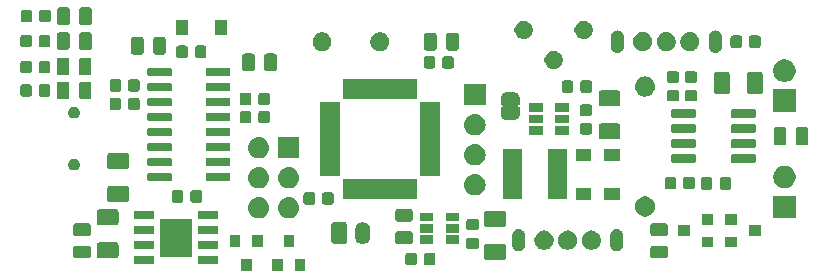
<source format=gbr>
G04 #@! TF.GenerationSoftware,KiCad,Pcbnew,(5.1.4)-1*
G04 #@! TF.CreationDate,2020-09-16T20:01:53+02:00*
G04 #@! TF.ProjectId,RPM,52504d2e-6b69-4636-9164-5f7063625858,rev?*
G04 #@! TF.SameCoordinates,Original*
G04 #@! TF.FileFunction,Soldermask,Top*
G04 #@! TF.FilePolarity,Negative*
%FSLAX46Y46*%
G04 Gerber Fmt 4.6, Leading zero omitted, Abs format (unit mm)*
G04 Created by KiCad (PCBNEW (5.1.4)-1) date 2020-09-16 20:01:53*
%MOMM*%
%LPD*%
G04 APERTURE LIST*
%ADD10C,0.100000*%
G04 APERTURE END LIST*
D10*
G36*
X199900000Y-115400000D02*
G01*
X199000000Y-115400000D01*
X199000000Y-114400000D01*
X199900000Y-114400000D01*
X199900000Y-115400000D01*
X199900000Y-115400000D01*
G37*
G36*
X202550000Y-115400000D02*
G01*
X201650000Y-115400000D01*
X201650000Y-114400000D01*
X202550000Y-114400000D01*
X202550000Y-115400000D01*
X202550000Y-115400000D01*
G37*
G36*
X204450000Y-115400000D02*
G01*
X203550000Y-115400000D01*
X203550000Y-114400000D01*
X204450000Y-114400000D01*
X204450000Y-115400000D01*
X204450000Y-115400000D01*
G37*
G36*
X215306458Y-113879198D02*
G01*
X215342708Y-113890194D01*
X215376123Y-113908055D01*
X215405410Y-113932090D01*
X215429445Y-113961377D01*
X215447306Y-113994792D01*
X215458302Y-114031042D01*
X215462500Y-114073667D01*
X215462500Y-114726333D01*
X215458302Y-114768958D01*
X215447306Y-114805208D01*
X215429445Y-114838623D01*
X215405410Y-114867910D01*
X215376123Y-114891945D01*
X215342708Y-114909806D01*
X215306458Y-114920802D01*
X215263833Y-114925000D01*
X214686167Y-114925000D01*
X214643542Y-114920802D01*
X214607292Y-114909806D01*
X214573877Y-114891945D01*
X214544590Y-114867910D01*
X214520555Y-114838623D01*
X214502694Y-114805208D01*
X214491698Y-114768958D01*
X214487500Y-114726333D01*
X214487500Y-114073667D01*
X214491698Y-114031042D01*
X214502694Y-113994792D01*
X214520555Y-113961377D01*
X214544590Y-113932090D01*
X214573877Y-113908055D01*
X214607292Y-113890194D01*
X214643542Y-113879198D01*
X214686167Y-113875000D01*
X215263833Y-113875000D01*
X215306458Y-113879198D01*
X215306458Y-113879198D01*
G37*
G36*
X213731458Y-113879198D02*
G01*
X213767708Y-113890194D01*
X213801123Y-113908055D01*
X213830410Y-113932090D01*
X213854445Y-113961377D01*
X213872306Y-113994792D01*
X213883302Y-114031042D01*
X213887500Y-114073667D01*
X213887500Y-114726333D01*
X213883302Y-114768958D01*
X213872306Y-114805208D01*
X213854445Y-114838623D01*
X213830410Y-114867910D01*
X213801123Y-114891945D01*
X213767708Y-114909806D01*
X213731458Y-114920802D01*
X213688833Y-114925000D01*
X213111167Y-114925000D01*
X213068542Y-114920802D01*
X213032292Y-114909806D01*
X212998877Y-114891945D01*
X212969590Y-114867910D01*
X212945555Y-114838623D01*
X212927694Y-114805208D01*
X212916698Y-114768958D01*
X212912500Y-114726333D01*
X212912500Y-114073667D01*
X212916698Y-114031042D01*
X212927694Y-113994792D01*
X212945555Y-113961377D01*
X212969590Y-113932090D01*
X212998877Y-113908055D01*
X213032292Y-113890194D01*
X213068542Y-113879198D01*
X213111167Y-113875000D01*
X213688833Y-113875000D01*
X213731458Y-113879198D01*
X213731458Y-113879198D01*
G37*
G36*
X197025000Y-114860000D02*
G01*
X195375000Y-114860000D01*
X195375000Y-114160000D01*
X197025000Y-114160000D01*
X197025000Y-114860000D01*
X197025000Y-114860000D01*
G37*
G36*
X191625000Y-114860000D02*
G01*
X189975000Y-114860000D01*
X189975000Y-114160000D01*
X191625000Y-114160000D01*
X191625000Y-114860000D01*
X191625000Y-114860000D01*
G37*
G36*
X221255875Y-113129510D02*
G01*
X221295178Y-113141432D01*
X221331399Y-113160792D01*
X221363150Y-113186850D01*
X221389208Y-113218601D01*
X221408568Y-113254822D01*
X221420490Y-113294125D01*
X221425000Y-113339909D01*
X221425000Y-114260091D01*
X221420490Y-114305875D01*
X221408568Y-114345178D01*
X221389208Y-114381399D01*
X221363150Y-114413150D01*
X221331399Y-114439208D01*
X221295178Y-114458568D01*
X221255875Y-114470490D01*
X221210091Y-114475000D01*
X219789909Y-114475000D01*
X219744125Y-114470490D01*
X219704822Y-114458568D01*
X219668601Y-114439208D01*
X219636850Y-114413150D01*
X219610792Y-114381399D01*
X219591432Y-114345178D01*
X219579510Y-114305875D01*
X219575000Y-114260091D01*
X219575000Y-113339909D01*
X219579510Y-113294125D01*
X219591432Y-113254822D01*
X219610792Y-113218601D01*
X219636850Y-113186850D01*
X219668601Y-113160792D01*
X219704822Y-113141432D01*
X219744125Y-113129510D01*
X219789909Y-113125000D01*
X221210091Y-113125000D01*
X221255875Y-113129510D01*
X221255875Y-113129510D01*
G37*
G36*
X188455875Y-113004510D02*
G01*
X188495178Y-113016432D01*
X188531399Y-113035792D01*
X188563150Y-113061850D01*
X188589208Y-113093601D01*
X188608568Y-113129822D01*
X188620490Y-113169125D01*
X188625000Y-113214909D01*
X188625000Y-114135091D01*
X188620490Y-114180875D01*
X188608568Y-114220178D01*
X188589208Y-114256399D01*
X188563150Y-114288150D01*
X188531399Y-114314208D01*
X188495178Y-114333568D01*
X188455875Y-114345490D01*
X188410091Y-114350000D01*
X186989909Y-114350000D01*
X186944125Y-114345490D01*
X186904822Y-114333568D01*
X186868601Y-114314208D01*
X186836850Y-114288150D01*
X186810792Y-114256399D01*
X186791432Y-114220178D01*
X186779510Y-114180875D01*
X186775000Y-114135091D01*
X186775000Y-113214909D01*
X186779510Y-113169125D01*
X186791432Y-113129822D01*
X186810792Y-113093601D01*
X186836850Y-113061850D01*
X186868601Y-113035792D01*
X186904822Y-113016432D01*
X186944125Y-113004510D01*
X186989909Y-113000000D01*
X188410091Y-113000000D01*
X188455875Y-113004510D01*
X188455875Y-113004510D01*
G37*
G36*
X234973832Y-113267178D02*
G01*
X235014774Y-113279597D01*
X235052512Y-113299769D01*
X235085588Y-113326912D01*
X235112731Y-113359988D01*
X235132903Y-113397726D01*
X235145322Y-113438668D01*
X235150000Y-113486158D01*
X235150000Y-114113842D01*
X235145322Y-114161332D01*
X235132903Y-114202274D01*
X235112731Y-114240012D01*
X235085588Y-114273088D01*
X235052512Y-114300231D01*
X235014774Y-114320403D01*
X234973832Y-114332822D01*
X234926342Y-114337500D01*
X233873658Y-114337500D01*
X233826168Y-114332822D01*
X233785226Y-114320403D01*
X233747488Y-114300231D01*
X233714412Y-114273088D01*
X233687269Y-114240012D01*
X233667097Y-114202274D01*
X233654678Y-114161332D01*
X233650000Y-114113842D01*
X233650000Y-113486158D01*
X233654678Y-113438668D01*
X233667097Y-113397726D01*
X233687269Y-113359988D01*
X233714412Y-113326912D01*
X233747488Y-113299769D01*
X233785226Y-113279597D01*
X233826168Y-113267178D01*
X233873658Y-113262500D01*
X234926342Y-113262500D01*
X234973832Y-113267178D01*
X234973832Y-113267178D01*
G37*
G36*
X186098832Y-113267178D02*
G01*
X186139774Y-113279597D01*
X186177512Y-113299769D01*
X186210588Y-113326912D01*
X186237731Y-113359988D01*
X186257903Y-113397726D01*
X186270322Y-113438668D01*
X186275000Y-113486158D01*
X186275000Y-114113842D01*
X186270322Y-114161332D01*
X186257903Y-114202274D01*
X186237731Y-114240012D01*
X186210588Y-114273088D01*
X186177512Y-114300231D01*
X186139774Y-114320403D01*
X186098832Y-114332822D01*
X186051342Y-114337500D01*
X184998658Y-114337500D01*
X184951168Y-114332822D01*
X184910226Y-114320403D01*
X184872488Y-114300231D01*
X184839412Y-114273088D01*
X184812269Y-114240012D01*
X184792097Y-114202274D01*
X184779678Y-114161332D01*
X184775000Y-114113842D01*
X184775000Y-113486158D01*
X184779678Y-113438668D01*
X184792097Y-113397726D01*
X184812269Y-113359988D01*
X184839412Y-113326912D01*
X184872488Y-113299769D01*
X184910226Y-113279597D01*
X184951168Y-113267178D01*
X184998658Y-113262500D01*
X186051342Y-113262500D01*
X186098832Y-113267178D01*
X186098832Y-113267178D01*
G37*
G36*
X194850000Y-114205000D02*
G01*
X192150000Y-114205000D01*
X192150000Y-111005000D01*
X194850000Y-111005000D01*
X194850000Y-114205000D01*
X194850000Y-114205000D01*
G37*
G36*
X222607816Y-111857957D02*
G01*
X222711494Y-111889408D01*
X222788204Y-111930410D01*
X222807042Y-111940479D01*
X222814282Y-111946421D01*
X222890791Y-112009209D01*
X222928039Y-112054597D01*
X222959521Y-112092958D01*
X222959522Y-112092960D01*
X223010592Y-112188505D01*
X223042043Y-112292183D01*
X223050000Y-112372976D01*
X223050000Y-113227024D01*
X223042043Y-113307817D01*
X223010592Y-113411495D01*
X222974606Y-113478819D01*
X222959521Y-113507042D01*
X222949228Y-113519584D01*
X222890791Y-113590791D01*
X222828857Y-113641617D01*
X222807042Y-113659521D01*
X222807040Y-113659522D01*
X222711495Y-113710592D01*
X222607817Y-113742043D01*
X222500000Y-113752662D01*
X222392184Y-113742043D01*
X222288506Y-113710592D01*
X222192961Y-113659522D01*
X222192959Y-113659521D01*
X222171144Y-113641617D01*
X222109210Y-113590791D01*
X222050773Y-113519584D01*
X222040480Y-113507042D01*
X221999686Y-113430722D01*
X221989410Y-113411496D01*
X221987882Y-113406458D01*
X221957958Y-113307819D01*
X221957958Y-113307817D01*
X221957957Y-113307815D01*
X221950000Y-113227024D01*
X221950000Y-112372977D01*
X221957957Y-112292184D01*
X221989408Y-112188506D01*
X222040478Y-112092960D01*
X222040479Y-112092958D01*
X222071961Y-112054597D01*
X222109209Y-112009209D01*
X222185718Y-111946421D01*
X222192958Y-111940479D01*
X222238555Y-111916107D01*
X222288505Y-111889408D01*
X222392183Y-111857957D01*
X222500000Y-111847338D01*
X222607816Y-111857957D01*
X222607816Y-111857957D01*
G37*
G36*
X230907816Y-111857957D02*
G01*
X231011494Y-111889408D01*
X231088204Y-111930410D01*
X231107042Y-111940479D01*
X231114282Y-111946421D01*
X231190791Y-112009209D01*
X231228039Y-112054597D01*
X231259521Y-112092958D01*
X231259522Y-112092960D01*
X231310592Y-112188505D01*
X231342043Y-112292183D01*
X231350000Y-112372976D01*
X231350000Y-113227024D01*
X231342043Y-113307817D01*
X231310592Y-113411495D01*
X231274606Y-113478819D01*
X231259521Y-113507042D01*
X231249228Y-113519584D01*
X231190791Y-113590791D01*
X231128857Y-113641617D01*
X231107042Y-113659521D01*
X231107040Y-113659522D01*
X231011495Y-113710592D01*
X230907817Y-113742043D01*
X230800000Y-113752662D01*
X230692184Y-113742043D01*
X230588506Y-113710592D01*
X230492961Y-113659522D01*
X230492959Y-113659521D01*
X230471144Y-113641617D01*
X230409210Y-113590791D01*
X230350773Y-113519584D01*
X230340480Y-113507042D01*
X230299686Y-113430722D01*
X230289410Y-113411496D01*
X230287882Y-113406458D01*
X230257958Y-113307819D01*
X230257958Y-113307817D01*
X230257957Y-113307815D01*
X230250000Y-113227024D01*
X230250000Y-112372977D01*
X230257957Y-112292184D01*
X230289408Y-112188506D01*
X230340478Y-112092960D01*
X230340479Y-112092958D01*
X230371961Y-112054597D01*
X230409209Y-112009209D01*
X230485718Y-111946421D01*
X230492958Y-111940479D01*
X230538555Y-111916107D01*
X230588505Y-111889408D01*
X230692183Y-111857957D01*
X230800000Y-111847338D01*
X230907816Y-111857957D01*
X230907816Y-111857957D01*
G37*
G36*
X226808414Y-112003603D02*
G01*
X226886854Y-112019205D01*
X227034628Y-112080416D01*
X227167619Y-112169277D01*
X227280722Y-112282380D01*
X227369584Y-112415372D01*
X227430795Y-112563146D01*
X227430795Y-112563148D01*
X227462000Y-112720025D01*
X227462000Y-112879975D01*
X227450790Y-112936332D01*
X227430795Y-113036854D01*
X227394283Y-113125000D01*
X227377021Y-113166675D01*
X227369584Y-113184628D01*
X227280723Y-113317619D01*
X227167619Y-113430723D01*
X227034628Y-113519584D01*
X227034627Y-113519585D01*
X227034626Y-113519585D01*
X227010822Y-113529445D01*
X226886854Y-113580795D01*
X226808414Y-113596397D01*
X226729975Y-113612000D01*
X226570025Y-113612000D01*
X226491586Y-113596397D01*
X226413146Y-113580795D01*
X226289178Y-113529445D01*
X226265374Y-113519585D01*
X226265373Y-113519585D01*
X226265372Y-113519584D01*
X226132381Y-113430723D01*
X226019277Y-113317619D01*
X225930416Y-113184628D01*
X225922980Y-113166675D01*
X225905717Y-113125000D01*
X225869205Y-113036854D01*
X225849210Y-112936332D01*
X225838000Y-112879975D01*
X225838000Y-112720025D01*
X225869205Y-112563148D01*
X225869205Y-112563146D01*
X225930416Y-112415372D01*
X226019278Y-112282380D01*
X226132381Y-112169277D01*
X226265372Y-112080416D01*
X226413146Y-112019205D01*
X226491586Y-112003603D01*
X226570025Y-111988000D01*
X226729975Y-111988000D01*
X226808414Y-112003603D01*
X226808414Y-112003603D01*
G37*
G36*
X224808414Y-112003603D02*
G01*
X224886854Y-112019205D01*
X225034628Y-112080416D01*
X225167619Y-112169277D01*
X225280722Y-112282380D01*
X225369584Y-112415372D01*
X225430795Y-112563146D01*
X225430795Y-112563148D01*
X225462000Y-112720025D01*
X225462000Y-112879975D01*
X225450790Y-112936332D01*
X225430795Y-113036854D01*
X225394283Y-113125000D01*
X225377021Y-113166675D01*
X225369584Y-113184628D01*
X225280723Y-113317619D01*
X225167619Y-113430723D01*
X225034628Y-113519584D01*
X225034627Y-113519585D01*
X225034626Y-113519585D01*
X225010822Y-113529445D01*
X224886854Y-113580795D01*
X224808414Y-113596397D01*
X224729975Y-113612000D01*
X224570025Y-113612000D01*
X224491586Y-113596397D01*
X224413146Y-113580795D01*
X224289178Y-113529445D01*
X224265374Y-113519585D01*
X224265373Y-113519585D01*
X224265372Y-113519584D01*
X224132381Y-113430723D01*
X224019277Y-113317619D01*
X223930416Y-113184628D01*
X223922980Y-113166675D01*
X223905717Y-113125000D01*
X223869205Y-113036854D01*
X223849210Y-112936332D01*
X223838000Y-112879975D01*
X223838000Y-112720025D01*
X223869205Y-112563148D01*
X223869205Y-112563146D01*
X223930416Y-112415372D01*
X224019278Y-112282380D01*
X224132381Y-112169277D01*
X224265372Y-112080416D01*
X224413146Y-112019205D01*
X224491586Y-112003603D01*
X224570025Y-111988000D01*
X224729975Y-111988000D01*
X224808414Y-112003603D01*
X224808414Y-112003603D01*
G37*
G36*
X228808414Y-112003603D02*
G01*
X228886854Y-112019205D01*
X229034628Y-112080416D01*
X229167619Y-112169277D01*
X229280722Y-112282380D01*
X229369584Y-112415372D01*
X229430795Y-112563146D01*
X229430795Y-112563148D01*
X229462000Y-112720025D01*
X229462000Y-112879975D01*
X229450790Y-112936332D01*
X229430795Y-113036854D01*
X229394283Y-113125000D01*
X229377021Y-113166675D01*
X229369584Y-113184628D01*
X229280723Y-113317619D01*
X229167619Y-113430723D01*
X229034628Y-113519584D01*
X229034627Y-113519585D01*
X229034626Y-113519585D01*
X229010822Y-113529445D01*
X228886854Y-113580795D01*
X228808414Y-113596397D01*
X228729975Y-113612000D01*
X228570025Y-113612000D01*
X228491586Y-113596397D01*
X228413146Y-113580795D01*
X228289178Y-113529445D01*
X228265374Y-113519585D01*
X228265373Y-113519585D01*
X228265372Y-113519584D01*
X228132381Y-113430723D01*
X228019277Y-113317619D01*
X227930416Y-113184628D01*
X227922980Y-113166675D01*
X227905717Y-113125000D01*
X227869205Y-113036854D01*
X227849210Y-112936332D01*
X227838000Y-112879975D01*
X227838000Y-112720025D01*
X227869205Y-112563148D01*
X227869205Y-112563146D01*
X227930416Y-112415372D01*
X228019278Y-112282380D01*
X228132381Y-112169277D01*
X228265372Y-112080416D01*
X228413146Y-112019205D01*
X228491586Y-112003603D01*
X228570025Y-111988000D01*
X228729975Y-111988000D01*
X228808414Y-112003603D01*
X228808414Y-112003603D01*
G37*
G36*
X197025000Y-113590000D02*
G01*
X195375000Y-113590000D01*
X195375000Y-112890000D01*
X197025000Y-112890000D01*
X197025000Y-113590000D01*
X197025000Y-113590000D01*
G37*
G36*
X191625000Y-113590000D02*
G01*
X189975000Y-113590000D01*
X189975000Y-112890000D01*
X191625000Y-112890000D01*
X191625000Y-113590000D01*
X191625000Y-113590000D01*
G37*
G36*
X218968958Y-112591698D02*
G01*
X219005208Y-112602694D01*
X219038623Y-112620555D01*
X219067910Y-112644590D01*
X219091945Y-112673877D01*
X219109806Y-112707292D01*
X219120802Y-112743542D01*
X219125000Y-112786167D01*
X219125000Y-113363833D01*
X219120802Y-113406458D01*
X219109806Y-113442708D01*
X219091945Y-113476123D01*
X219067910Y-113505410D01*
X219038623Y-113529445D01*
X219005208Y-113547306D01*
X218968958Y-113558302D01*
X218926333Y-113562500D01*
X218273667Y-113562500D01*
X218231042Y-113558302D01*
X218194792Y-113547306D01*
X218161377Y-113529445D01*
X218132090Y-113505410D01*
X218108055Y-113476123D01*
X218090194Y-113442708D01*
X218079198Y-113406458D01*
X218075000Y-113363833D01*
X218075000Y-112786167D01*
X218079198Y-112743542D01*
X218090194Y-112707292D01*
X218108055Y-112673877D01*
X218132090Y-112644590D01*
X218161377Y-112620555D01*
X218194792Y-112602694D01*
X218231042Y-112591698D01*
X218273667Y-112587500D01*
X218926333Y-112587500D01*
X218968958Y-112591698D01*
X218968958Y-112591698D01*
G37*
G36*
X239000000Y-113400000D02*
G01*
X238000000Y-113400000D01*
X238000000Y-112500000D01*
X239000000Y-112500000D01*
X239000000Y-113400000D01*
X239000000Y-113400000D01*
G37*
G36*
X241000000Y-113400000D02*
G01*
X240000000Y-113400000D01*
X240000000Y-112500000D01*
X241000000Y-112500000D01*
X241000000Y-113400000D01*
X241000000Y-113400000D01*
G37*
G36*
X200850000Y-113400000D02*
G01*
X199950000Y-113400000D01*
X199950000Y-112400000D01*
X200850000Y-112400000D01*
X200850000Y-113400000D01*
X200850000Y-113400000D01*
G37*
G36*
X198950000Y-113400000D02*
G01*
X198050000Y-113400000D01*
X198050000Y-112400000D01*
X198950000Y-112400000D01*
X198950000Y-113400000D01*
X198950000Y-113400000D01*
G37*
G36*
X203500000Y-113400000D02*
G01*
X202600000Y-113400000D01*
X202600000Y-112400000D01*
X203500000Y-112400000D01*
X203500000Y-113400000D01*
X203500000Y-113400000D01*
G37*
G36*
X209427421Y-111284405D02*
G01*
X209530488Y-111315670D01*
X209549948Y-111321573D01*
X209579898Y-111337582D01*
X209662867Y-111381930D01*
X209761843Y-111463157D01*
X209843070Y-111562132D01*
X209843071Y-111562134D01*
X209903427Y-111675051D01*
X209909330Y-111694511D01*
X209940595Y-111797578D01*
X209950000Y-111893068D01*
X209950000Y-112506932D01*
X209940595Y-112602422D01*
X209918919Y-112673877D01*
X209903427Y-112724949D01*
X209872025Y-112783697D01*
X209843070Y-112837868D01*
X209761843Y-112936843D01*
X209662868Y-113018070D01*
X209662866Y-113018071D01*
X209549949Y-113078427D01*
X209530489Y-113084330D01*
X209427422Y-113115595D01*
X209300000Y-113128145D01*
X209172579Y-113115595D01*
X209069512Y-113084330D01*
X209050052Y-113078427D01*
X208937135Y-113018071D01*
X208937133Y-113018070D01*
X208838158Y-112936843D01*
X208756930Y-112837868D01*
X208696573Y-112724948D01*
X208659405Y-112602422D01*
X208650000Y-112506932D01*
X208650000Y-111893069D01*
X208659405Y-111797579D01*
X208696573Y-111675053D01*
X208696573Y-111675052D01*
X208756929Y-111562135D01*
X208756930Y-111562133D01*
X208838157Y-111463157D01*
X208937132Y-111381930D01*
X209020101Y-111337582D01*
X209050051Y-111321573D01*
X209069511Y-111315670D01*
X209172578Y-111284405D01*
X209300000Y-111271855D01*
X209427421Y-111284405D01*
X209427421Y-111284405D01*
G37*
G36*
X217480000Y-113125000D02*
G01*
X216320000Y-113125000D01*
X216320000Y-112375000D01*
X217480000Y-112375000D01*
X217480000Y-113125000D01*
X217480000Y-113125000D01*
G37*
G36*
X215280000Y-113125000D02*
G01*
X214120000Y-113125000D01*
X214120000Y-112375000D01*
X215280000Y-112375000D01*
X215280000Y-113125000D01*
X215280000Y-113125000D01*
G37*
G36*
X207778861Y-111279557D02*
G01*
X207818636Y-111291623D01*
X207855292Y-111311216D01*
X207887418Y-111337582D01*
X207913784Y-111369708D01*
X207933377Y-111406364D01*
X207945443Y-111446139D01*
X207950000Y-111492408D01*
X207950000Y-112907592D01*
X207945443Y-112953861D01*
X207933377Y-112993636D01*
X207913784Y-113030292D01*
X207887418Y-113062418D01*
X207855292Y-113088784D01*
X207818636Y-113108377D01*
X207778861Y-113120443D01*
X207732592Y-113125000D01*
X206867408Y-113125000D01*
X206821139Y-113120443D01*
X206781364Y-113108377D01*
X206744708Y-113088784D01*
X206712582Y-113062418D01*
X206686216Y-113030292D01*
X206666623Y-112993636D01*
X206654557Y-112953861D01*
X206650000Y-112907592D01*
X206650000Y-111492408D01*
X206654557Y-111446139D01*
X206666623Y-111406364D01*
X206686216Y-111369708D01*
X206712582Y-111337582D01*
X206744708Y-111311216D01*
X206781364Y-111291623D01*
X206821139Y-111279557D01*
X206867408Y-111275000D01*
X207732592Y-111275000D01*
X207778861Y-111279557D01*
X207778861Y-111279557D01*
G37*
G36*
X213373832Y-112042178D02*
G01*
X213414774Y-112054597D01*
X213452512Y-112074769D01*
X213485588Y-112101912D01*
X213512731Y-112134988D01*
X213532903Y-112172726D01*
X213545322Y-112213668D01*
X213550000Y-112261158D01*
X213550000Y-112888842D01*
X213545322Y-112936332D01*
X213532903Y-112977274D01*
X213512731Y-113015012D01*
X213485588Y-113048088D01*
X213452512Y-113075231D01*
X213414774Y-113095403D01*
X213373832Y-113107822D01*
X213326342Y-113112500D01*
X212273658Y-113112500D01*
X212226168Y-113107822D01*
X212185226Y-113095403D01*
X212147488Y-113075231D01*
X212114412Y-113048088D01*
X212087269Y-113015012D01*
X212067097Y-112977274D01*
X212054678Y-112936332D01*
X212050000Y-112888842D01*
X212050000Y-112261158D01*
X212054678Y-112213668D01*
X212067097Y-112172726D01*
X212087269Y-112134988D01*
X212114412Y-112101912D01*
X212147488Y-112074769D01*
X212185226Y-112054597D01*
X212226168Y-112042178D01*
X212273658Y-112037500D01*
X213326342Y-112037500D01*
X213373832Y-112042178D01*
X213373832Y-112042178D01*
G37*
G36*
X234973832Y-111392178D02*
G01*
X235014774Y-111404597D01*
X235052512Y-111424769D01*
X235085588Y-111451912D01*
X235112731Y-111484988D01*
X235132903Y-111522726D01*
X235145322Y-111563668D01*
X235150000Y-111611158D01*
X235150000Y-112238842D01*
X235145322Y-112286332D01*
X235132903Y-112327274D01*
X235112731Y-112365012D01*
X235085588Y-112398088D01*
X235052512Y-112425231D01*
X235014774Y-112445403D01*
X234973832Y-112457822D01*
X234926342Y-112462500D01*
X233873658Y-112462500D01*
X233826168Y-112457822D01*
X233785226Y-112445403D01*
X233747488Y-112425231D01*
X233714412Y-112398088D01*
X233687269Y-112365012D01*
X233667097Y-112327274D01*
X233654678Y-112286332D01*
X233650000Y-112238842D01*
X233650000Y-111611158D01*
X233654678Y-111563668D01*
X233667097Y-111522726D01*
X233687269Y-111484988D01*
X233714412Y-111451912D01*
X233747488Y-111424769D01*
X233785226Y-111404597D01*
X233826168Y-111392178D01*
X233873658Y-111387500D01*
X234926342Y-111387500D01*
X234973832Y-111392178D01*
X234973832Y-111392178D01*
G37*
G36*
X186098832Y-111392178D02*
G01*
X186139774Y-111404597D01*
X186177512Y-111424769D01*
X186210588Y-111451912D01*
X186237731Y-111484988D01*
X186257903Y-111522726D01*
X186270322Y-111563668D01*
X186275000Y-111611158D01*
X186275000Y-112238842D01*
X186270322Y-112286332D01*
X186257903Y-112327274D01*
X186237731Y-112365012D01*
X186210588Y-112398088D01*
X186177512Y-112425231D01*
X186139774Y-112445403D01*
X186098832Y-112457822D01*
X186051342Y-112462500D01*
X184998658Y-112462500D01*
X184951168Y-112457822D01*
X184910226Y-112445403D01*
X184872488Y-112425231D01*
X184839412Y-112398088D01*
X184812269Y-112365012D01*
X184792097Y-112327274D01*
X184779678Y-112286332D01*
X184775000Y-112238842D01*
X184775000Y-111611158D01*
X184779678Y-111563668D01*
X184792097Y-111522726D01*
X184812269Y-111484988D01*
X184839412Y-111451912D01*
X184872488Y-111424769D01*
X184910226Y-111404597D01*
X184951168Y-111392178D01*
X184998658Y-111387500D01*
X186051342Y-111387500D01*
X186098832Y-111392178D01*
X186098832Y-111392178D01*
G37*
G36*
X237000000Y-112450000D02*
G01*
X236000000Y-112450000D01*
X236000000Y-111550000D01*
X237000000Y-111550000D01*
X237000000Y-112450000D01*
X237000000Y-112450000D01*
G37*
G36*
X243000000Y-112450000D02*
G01*
X242000000Y-112450000D01*
X242000000Y-111550000D01*
X243000000Y-111550000D01*
X243000000Y-112450000D01*
X243000000Y-112450000D01*
G37*
G36*
X197025000Y-112320000D02*
G01*
X195375000Y-112320000D01*
X195375000Y-111620000D01*
X197025000Y-111620000D01*
X197025000Y-112320000D01*
X197025000Y-112320000D01*
G37*
G36*
X191625000Y-112320000D02*
G01*
X189975000Y-112320000D01*
X189975000Y-111620000D01*
X191625000Y-111620000D01*
X191625000Y-112320000D01*
X191625000Y-112320000D01*
G37*
G36*
X217480000Y-112175000D02*
G01*
X216320000Y-112175000D01*
X216320000Y-111425000D01*
X217480000Y-111425000D01*
X217480000Y-112175000D01*
X217480000Y-112175000D01*
G37*
G36*
X215280000Y-112175000D02*
G01*
X214120000Y-112175000D01*
X214120000Y-111425000D01*
X215280000Y-111425000D01*
X215280000Y-112175000D01*
X215280000Y-112175000D01*
G37*
G36*
X218968958Y-111016698D02*
G01*
X219005208Y-111027694D01*
X219038623Y-111045555D01*
X219067910Y-111069590D01*
X219091945Y-111098877D01*
X219109806Y-111132292D01*
X219120802Y-111168542D01*
X219125000Y-111211167D01*
X219125000Y-111788833D01*
X219120802Y-111831458D01*
X219109806Y-111867708D01*
X219091945Y-111901123D01*
X219067910Y-111930410D01*
X219038623Y-111954445D01*
X219005208Y-111972306D01*
X218968958Y-111983302D01*
X218926333Y-111987500D01*
X218273667Y-111987500D01*
X218231042Y-111983302D01*
X218194792Y-111972306D01*
X218161377Y-111954445D01*
X218132090Y-111930410D01*
X218108055Y-111901123D01*
X218090194Y-111867708D01*
X218079198Y-111831458D01*
X218075000Y-111788833D01*
X218075000Y-111211167D01*
X218079198Y-111168542D01*
X218090194Y-111132292D01*
X218108055Y-111098877D01*
X218132090Y-111069590D01*
X218161377Y-111045555D01*
X218194792Y-111027694D01*
X218231042Y-111016698D01*
X218273667Y-111012500D01*
X218926333Y-111012500D01*
X218968958Y-111016698D01*
X218968958Y-111016698D01*
G37*
G36*
X221255875Y-110329510D02*
G01*
X221295178Y-110341432D01*
X221331399Y-110360792D01*
X221363150Y-110386850D01*
X221389208Y-110418601D01*
X221408568Y-110454822D01*
X221420490Y-110494125D01*
X221425000Y-110539909D01*
X221425000Y-111460091D01*
X221420490Y-111505875D01*
X221408568Y-111545178D01*
X221389208Y-111581399D01*
X221363150Y-111613150D01*
X221331399Y-111639208D01*
X221295178Y-111658568D01*
X221255875Y-111670490D01*
X221210091Y-111675000D01*
X219789909Y-111675000D01*
X219744125Y-111670490D01*
X219704822Y-111658568D01*
X219668601Y-111639208D01*
X219636850Y-111613150D01*
X219610792Y-111581399D01*
X219591432Y-111545178D01*
X219579510Y-111505875D01*
X219575000Y-111460091D01*
X219575000Y-110539909D01*
X219579510Y-110494125D01*
X219591432Y-110454822D01*
X219610792Y-110418601D01*
X219636850Y-110386850D01*
X219668601Y-110360792D01*
X219704822Y-110341432D01*
X219744125Y-110329510D01*
X219789909Y-110325000D01*
X221210091Y-110325000D01*
X221255875Y-110329510D01*
X221255875Y-110329510D01*
G37*
G36*
X188455875Y-110204510D02*
G01*
X188495178Y-110216432D01*
X188531399Y-110235792D01*
X188563150Y-110261850D01*
X188589208Y-110293601D01*
X188608568Y-110329822D01*
X188620490Y-110369125D01*
X188625000Y-110414909D01*
X188625000Y-111335091D01*
X188620490Y-111380875D01*
X188608568Y-111420178D01*
X188589208Y-111456399D01*
X188563150Y-111488150D01*
X188531399Y-111514208D01*
X188495178Y-111533568D01*
X188455875Y-111545490D01*
X188410091Y-111550000D01*
X186989909Y-111550000D01*
X186944125Y-111545490D01*
X186904822Y-111533568D01*
X186868601Y-111514208D01*
X186836850Y-111488150D01*
X186810792Y-111456399D01*
X186791432Y-111420178D01*
X186779510Y-111380875D01*
X186775000Y-111335091D01*
X186775000Y-110414909D01*
X186779510Y-110369125D01*
X186791432Y-110329822D01*
X186810792Y-110293601D01*
X186836850Y-110261850D01*
X186868601Y-110235792D01*
X186904822Y-110216432D01*
X186944125Y-110204510D01*
X186989909Y-110200000D01*
X188410091Y-110200000D01*
X188455875Y-110204510D01*
X188455875Y-110204510D01*
G37*
G36*
X241000000Y-111500000D02*
G01*
X240000000Y-111500000D01*
X240000000Y-110600000D01*
X241000000Y-110600000D01*
X241000000Y-111500000D01*
X241000000Y-111500000D01*
G37*
G36*
X239000000Y-111500000D02*
G01*
X238000000Y-111500000D01*
X238000000Y-110600000D01*
X239000000Y-110600000D01*
X239000000Y-111500000D01*
X239000000Y-111500000D01*
G37*
G36*
X213373832Y-110167178D02*
G01*
X213414774Y-110179597D01*
X213452512Y-110199769D01*
X213485588Y-110226912D01*
X213512731Y-110259988D01*
X213532903Y-110297726D01*
X213545322Y-110338668D01*
X213550000Y-110386158D01*
X213550000Y-111013838D01*
X213545322Y-111061332D01*
X213532903Y-111102274D01*
X213512731Y-111140012D01*
X213485588Y-111173088D01*
X213452512Y-111200231D01*
X213414774Y-111220403D01*
X213373832Y-111232822D01*
X213326342Y-111237500D01*
X212273658Y-111237500D01*
X212226168Y-111232822D01*
X212185226Y-111220403D01*
X212147488Y-111200231D01*
X212114412Y-111173088D01*
X212087269Y-111140012D01*
X212067097Y-111102274D01*
X212054678Y-111061332D01*
X212050000Y-111013838D01*
X212050000Y-110386158D01*
X212054678Y-110338668D01*
X212067097Y-110297726D01*
X212087269Y-110259988D01*
X212114412Y-110226912D01*
X212147488Y-110199769D01*
X212185226Y-110179597D01*
X212226168Y-110167178D01*
X212273658Y-110162500D01*
X213326342Y-110162500D01*
X213373832Y-110167178D01*
X213373832Y-110167178D01*
G37*
G36*
X215280000Y-111225000D02*
G01*
X214120000Y-111225000D01*
X214120000Y-110475000D01*
X215280000Y-110475000D01*
X215280000Y-111225000D01*
X215280000Y-111225000D01*
G37*
G36*
X217480000Y-111225000D02*
G01*
X216320000Y-111225000D01*
X216320000Y-110475000D01*
X217480000Y-110475000D01*
X217480000Y-111225000D01*
X217480000Y-111225000D01*
G37*
G36*
X191625000Y-111050000D02*
G01*
X189975000Y-111050000D01*
X189975000Y-110350000D01*
X191625000Y-110350000D01*
X191625000Y-111050000D01*
X191625000Y-111050000D01*
G37*
G36*
X197025000Y-111050000D02*
G01*
X195375000Y-111050000D01*
X195375000Y-110350000D01*
X197025000Y-110350000D01*
X197025000Y-111050000D01*
X197025000Y-111050000D01*
G37*
G36*
X203201429Y-109168022D02*
G01*
X203371082Y-109219486D01*
X203527432Y-109303057D01*
X203664475Y-109415525D01*
X203776943Y-109552568D01*
X203860514Y-109708918D01*
X203911978Y-109878571D01*
X203929355Y-110055000D01*
X203911978Y-110231429D01*
X203860514Y-110401082D01*
X203776943Y-110557432D01*
X203664475Y-110694475D01*
X203527432Y-110806943D01*
X203371082Y-110890514D01*
X203201429Y-110941978D01*
X203069212Y-110955000D01*
X202980788Y-110955000D01*
X202848571Y-110941978D01*
X202678918Y-110890514D01*
X202522568Y-110806943D01*
X202385525Y-110694475D01*
X202273057Y-110557432D01*
X202189486Y-110401082D01*
X202138022Y-110231429D01*
X202120645Y-110055000D01*
X202138022Y-109878571D01*
X202189486Y-109708918D01*
X202273057Y-109552568D01*
X202385525Y-109415525D01*
X202522568Y-109303057D01*
X202678918Y-109219486D01*
X202848571Y-109168022D01*
X202980788Y-109155000D01*
X203069212Y-109155000D01*
X203201429Y-109168022D01*
X203201429Y-109168022D01*
G37*
G36*
X200661429Y-109168022D02*
G01*
X200831082Y-109219486D01*
X200987432Y-109303057D01*
X201124475Y-109415525D01*
X201236943Y-109552568D01*
X201320514Y-109708918D01*
X201371978Y-109878571D01*
X201389355Y-110055000D01*
X201371978Y-110231429D01*
X201320514Y-110401082D01*
X201236943Y-110557432D01*
X201124475Y-110694475D01*
X200987432Y-110806943D01*
X200831082Y-110890514D01*
X200661429Y-110941978D01*
X200529212Y-110955000D01*
X200440788Y-110955000D01*
X200308571Y-110941978D01*
X200138918Y-110890514D01*
X199982568Y-110806943D01*
X199845525Y-110694475D01*
X199733057Y-110557432D01*
X199649486Y-110401082D01*
X199598022Y-110231429D01*
X199580645Y-110055000D01*
X199598022Y-109878571D01*
X199649486Y-109708918D01*
X199733057Y-109552568D01*
X199845525Y-109415525D01*
X199982568Y-109303057D01*
X200138918Y-109219486D01*
X200308571Y-109168022D01*
X200440788Y-109155000D01*
X200529212Y-109155000D01*
X200661429Y-109168022D01*
X200661429Y-109168022D01*
G37*
G36*
X245950000Y-110950000D02*
G01*
X244050000Y-110950000D01*
X244050000Y-109050000D01*
X245950000Y-109050000D01*
X245950000Y-110950000D01*
X245950000Y-110950000D01*
G37*
G36*
X233447936Y-109142665D02*
G01*
X233447938Y-109142666D01*
X233447939Y-109142666D01*
X233602628Y-109206740D01*
X233741842Y-109299760D01*
X233860240Y-109418158D01*
X233953260Y-109557372D01*
X234017334Y-109712061D01*
X234017335Y-109712064D01*
X234050000Y-109876282D01*
X234050000Y-110043718D01*
X234017882Y-110205188D01*
X234017334Y-110207939D01*
X233953260Y-110362628D01*
X233860240Y-110501842D01*
X233741842Y-110620240D01*
X233602628Y-110713260D01*
X233447939Y-110777334D01*
X233447938Y-110777334D01*
X233447936Y-110777335D01*
X233283718Y-110810000D01*
X233116282Y-110810000D01*
X232952064Y-110777335D01*
X232952062Y-110777334D01*
X232952061Y-110777334D01*
X232797372Y-110713260D01*
X232658158Y-110620240D01*
X232539760Y-110501842D01*
X232446740Y-110362628D01*
X232382666Y-110207939D01*
X232382119Y-110205188D01*
X232350000Y-110043718D01*
X232350000Y-109876282D01*
X232382665Y-109712064D01*
X232382666Y-109712061D01*
X232446740Y-109557372D01*
X232539760Y-109418158D01*
X232658158Y-109299760D01*
X232797372Y-109206740D01*
X232952061Y-109142666D01*
X232952062Y-109142666D01*
X232952064Y-109142665D01*
X233116282Y-109110000D01*
X233283718Y-109110000D01*
X233447936Y-109142665D01*
X233447936Y-109142665D01*
G37*
G36*
X205106458Y-108754198D02*
G01*
X205142708Y-108765194D01*
X205176123Y-108783055D01*
X205205410Y-108807090D01*
X205229445Y-108836377D01*
X205247306Y-108869792D01*
X205258302Y-108906042D01*
X205262500Y-108948667D01*
X205262500Y-109601333D01*
X205258302Y-109643958D01*
X205247306Y-109680208D01*
X205229445Y-109713623D01*
X205205410Y-109742910D01*
X205176123Y-109766945D01*
X205142708Y-109784806D01*
X205106458Y-109795802D01*
X205063833Y-109800000D01*
X204486167Y-109800000D01*
X204443542Y-109795802D01*
X204407292Y-109784806D01*
X204373877Y-109766945D01*
X204344590Y-109742910D01*
X204320555Y-109713623D01*
X204302694Y-109680208D01*
X204291698Y-109643958D01*
X204287500Y-109601333D01*
X204287500Y-108948667D01*
X204291698Y-108906042D01*
X204302694Y-108869792D01*
X204320555Y-108836377D01*
X204344590Y-108807090D01*
X204373877Y-108783055D01*
X204407292Y-108765194D01*
X204443542Y-108754198D01*
X204486167Y-108750000D01*
X205063833Y-108750000D01*
X205106458Y-108754198D01*
X205106458Y-108754198D01*
G37*
G36*
X206681458Y-108754198D02*
G01*
X206717708Y-108765194D01*
X206751123Y-108783055D01*
X206780410Y-108807090D01*
X206804445Y-108836377D01*
X206822306Y-108869792D01*
X206833302Y-108906042D01*
X206837500Y-108948667D01*
X206837500Y-109601333D01*
X206833302Y-109643958D01*
X206822306Y-109680208D01*
X206804445Y-109713623D01*
X206780410Y-109742910D01*
X206751123Y-109766945D01*
X206717708Y-109784806D01*
X206681458Y-109795802D01*
X206638833Y-109800000D01*
X206061167Y-109800000D01*
X206018542Y-109795802D01*
X205982292Y-109784806D01*
X205948877Y-109766945D01*
X205919590Y-109742910D01*
X205895555Y-109713623D01*
X205877694Y-109680208D01*
X205866698Y-109643958D01*
X205862500Y-109601333D01*
X205862500Y-108948667D01*
X205866698Y-108906042D01*
X205877694Y-108869792D01*
X205895555Y-108836377D01*
X205919590Y-108807090D01*
X205948877Y-108783055D01*
X205982292Y-108765194D01*
X206018542Y-108754198D01*
X206061167Y-108750000D01*
X206638833Y-108750000D01*
X206681458Y-108754198D01*
X206681458Y-108754198D01*
G37*
G36*
X195531458Y-108579198D02*
G01*
X195567708Y-108590194D01*
X195601123Y-108608055D01*
X195630410Y-108632090D01*
X195654445Y-108661377D01*
X195672306Y-108694792D01*
X195683302Y-108731042D01*
X195687500Y-108773667D01*
X195687500Y-109426333D01*
X195683302Y-109468958D01*
X195672306Y-109505208D01*
X195654445Y-109538623D01*
X195630410Y-109567910D01*
X195601123Y-109591945D01*
X195567708Y-109609806D01*
X195531458Y-109620802D01*
X195488833Y-109625000D01*
X194911167Y-109625000D01*
X194868542Y-109620802D01*
X194832292Y-109609806D01*
X194798877Y-109591945D01*
X194769590Y-109567910D01*
X194745555Y-109538623D01*
X194727694Y-109505208D01*
X194716698Y-109468958D01*
X194712500Y-109426333D01*
X194712500Y-108773667D01*
X194716698Y-108731042D01*
X194727694Y-108694792D01*
X194745555Y-108661377D01*
X194769590Y-108632090D01*
X194798877Y-108608055D01*
X194832292Y-108590194D01*
X194868542Y-108579198D01*
X194911167Y-108575000D01*
X195488833Y-108575000D01*
X195531458Y-108579198D01*
X195531458Y-108579198D01*
G37*
G36*
X193956458Y-108579198D02*
G01*
X193992708Y-108590194D01*
X194026123Y-108608055D01*
X194055410Y-108632090D01*
X194079445Y-108661377D01*
X194097306Y-108694792D01*
X194108302Y-108731042D01*
X194112500Y-108773667D01*
X194112500Y-109426333D01*
X194108302Y-109468958D01*
X194097306Y-109505208D01*
X194079445Y-109538623D01*
X194055410Y-109567910D01*
X194026123Y-109591945D01*
X193992708Y-109609806D01*
X193956458Y-109620802D01*
X193913833Y-109625000D01*
X193336167Y-109625000D01*
X193293542Y-109620802D01*
X193257292Y-109609806D01*
X193223877Y-109591945D01*
X193194590Y-109567910D01*
X193170555Y-109538623D01*
X193152694Y-109505208D01*
X193141698Y-109468958D01*
X193137500Y-109426333D01*
X193137500Y-108773667D01*
X193141698Y-108731042D01*
X193152694Y-108694792D01*
X193170555Y-108661377D01*
X193194590Y-108632090D01*
X193223877Y-108608055D01*
X193257292Y-108590194D01*
X193293542Y-108579198D01*
X193336167Y-108575000D01*
X193913833Y-108575000D01*
X193956458Y-108579198D01*
X193956458Y-108579198D01*
G37*
G36*
X189355875Y-108229510D02*
G01*
X189395178Y-108241432D01*
X189431399Y-108260792D01*
X189463150Y-108286850D01*
X189489208Y-108318601D01*
X189508568Y-108354822D01*
X189520490Y-108394125D01*
X189525000Y-108439909D01*
X189525000Y-109360091D01*
X189520490Y-109405875D01*
X189508568Y-109445178D01*
X189489208Y-109481399D01*
X189463150Y-109513150D01*
X189431399Y-109539208D01*
X189395178Y-109558568D01*
X189355875Y-109570490D01*
X189310091Y-109575000D01*
X187889909Y-109575000D01*
X187844125Y-109570490D01*
X187804822Y-109558568D01*
X187768601Y-109539208D01*
X187736850Y-109513150D01*
X187710792Y-109481399D01*
X187691432Y-109445178D01*
X187679510Y-109405875D01*
X187675000Y-109360091D01*
X187675000Y-108439909D01*
X187679510Y-108394125D01*
X187691432Y-108354822D01*
X187710792Y-108318601D01*
X187736850Y-108286850D01*
X187768601Y-108260792D01*
X187804822Y-108241432D01*
X187844125Y-108229510D01*
X187889909Y-108225000D01*
X189310091Y-108225000D01*
X189355875Y-108229510D01*
X189355875Y-108229510D01*
G37*
G36*
X228650000Y-109400000D02*
G01*
X227350000Y-109400000D01*
X227350000Y-108400000D01*
X228650000Y-108400000D01*
X228650000Y-109400000D01*
X228650000Y-109400000D01*
G37*
G36*
X231050000Y-109400000D02*
G01*
X229750000Y-109400000D01*
X229750000Y-108400000D01*
X231050000Y-108400000D01*
X231050000Y-109400000D01*
X231050000Y-109400000D01*
G37*
G36*
X213875000Y-109350000D02*
G01*
X207625000Y-109350000D01*
X207625000Y-107650000D01*
X213875000Y-107650000D01*
X213875000Y-109350000D01*
X213875000Y-109350000D01*
G37*
G36*
X222800000Y-109350000D02*
G01*
X221200000Y-109350000D01*
X221200000Y-105050000D01*
X222800000Y-105050000D01*
X222800000Y-109350000D01*
X222800000Y-109350000D01*
G37*
G36*
X226600000Y-109350000D02*
G01*
X225000000Y-109350000D01*
X225000000Y-105050000D01*
X226600000Y-105050000D01*
X226600000Y-109350000D01*
X226600000Y-109350000D01*
G37*
G36*
X218976429Y-107233022D02*
G01*
X219146082Y-107284486D01*
X219302432Y-107368057D01*
X219439475Y-107480525D01*
X219551943Y-107617568D01*
X219635514Y-107773918D01*
X219686978Y-107943571D01*
X219704355Y-108120000D01*
X219686978Y-108296429D01*
X219635514Y-108466082D01*
X219551943Y-108622432D01*
X219439475Y-108759475D01*
X219302432Y-108871943D01*
X219146082Y-108955514D01*
X218976429Y-109006978D01*
X218844212Y-109020000D01*
X218755788Y-109020000D01*
X218623571Y-109006978D01*
X218453918Y-108955514D01*
X218297568Y-108871943D01*
X218160525Y-108759475D01*
X218048057Y-108622432D01*
X217964486Y-108466082D01*
X217913022Y-108296429D01*
X217895645Y-108120000D01*
X217913022Y-107943571D01*
X217964486Y-107773918D01*
X218048057Y-107617568D01*
X218160525Y-107480525D01*
X218297568Y-107368057D01*
X218453918Y-107284486D01*
X218623571Y-107233022D01*
X218755788Y-107220000D01*
X218844212Y-107220000D01*
X218976429Y-107233022D01*
X218976429Y-107233022D01*
G37*
G36*
X240331458Y-107479198D02*
G01*
X240367708Y-107490194D01*
X240401123Y-107508055D01*
X240430410Y-107532090D01*
X240454445Y-107561377D01*
X240472306Y-107594792D01*
X240483302Y-107631042D01*
X240487500Y-107673667D01*
X240487500Y-108326333D01*
X240483302Y-108368958D01*
X240472306Y-108405208D01*
X240454445Y-108438623D01*
X240430410Y-108467910D01*
X240401123Y-108491945D01*
X240367708Y-108509806D01*
X240331458Y-108520802D01*
X240288833Y-108525000D01*
X239711167Y-108525000D01*
X239668542Y-108520802D01*
X239632292Y-108509806D01*
X239598877Y-108491945D01*
X239569590Y-108467910D01*
X239545555Y-108438623D01*
X239527694Y-108405208D01*
X239516698Y-108368958D01*
X239512500Y-108326333D01*
X239512500Y-107673667D01*
X239516698Y-107631042D01*
X239527694Y-107594792D01*
X239545555Y-107561377D01*
X239569590Y-107532090D01*
X239598877Y-107508055D01*
X239632292Y-107490194D01*
X239668542Y-107479198D01*
X239711167Y-107475000D01*
X240288833Y-107475000D01*
X240331458Y-107479198D01*
X240331458Y-107479198D01*
G37*
G36*
X238756458Y-107479198D02*
G01*
X238792708Y-107490194D01*
X238826123Y-107508055D01*
X238855410Y-107532090D01*
X238879445Y-107561377D01*
X238897306Y-107594792D01*
X238908302Y-107631042D01*
X238912500Y-107673667D01*
X238912500Y-108326333D01*
X238908302Y-108368958D01*
X238897306Y-108405208D01*
X238879445Y-108438623D01*
X238855410Y-108467910D01*
X238826123Y-108491945D01*
X238792708Y-108509806D01*
X238756458Y-108520802D01*
X238713833Y-108525000D01*
X238136167Y-108525000D01*
X238093542Y-108520802D01*
X238057292Y-108509806D01*
X238023877Y-108491945D01*
X237994590Y-108467910D01*
X237970555Y-108438623D01*
X237952694Y-108405208D01*
X237941698Y-108368958D01*
X237937500Y-108326333D01*
X237937500Y-107673667D01*
X237941698Y-107631042D01*
X237952694Y-107594792D01*
X237970555Y-107561377D01*
X237994590Y-107532090D01*
X238023877Y-107508055D01*
X238057292Y-107490194D01*
X238093542Y-107479198D01*
X238136167Y-107475000D01*
X238713833Y-107475000D01*
X238756458Y-107479198D01*
X238756458Y-107479198D01*
G37*
G36*
X235681458Y-107454198D02*
G01*
X235717708Y-107465194D01*
X235751123Y-107483055D01*
X235780410Y-107507090D01*
X235804445Y-107536377D01*
X235822306Y-107569792D01*
X235833302Y-107606042D01*
X235837500Y-107648667D01*
X235837500Y-108301333D01*
X235833302Y-108343958D01*
X235822306Y-108380208D01*
X235804445Y-108413623D01*
X235780410Y-108442910D01*
X235751123Y-108466945D01*
X235717708Y-108484806D01*
X235681458Y-108495802D01*
X235638833Y-108500000D01*
X235061167Y-108500000D01*
X235018542Y-108495802D01*
X234982292Y-108484806D01*
X234948877Y-108466945D01*
X234919590Y-108442910D01*
X234895555Y-108413623D01*
X234877694Y-108380208D01*
X234866698Y-108343958D01*
X234862500Y-108301333D01*
X234862500Y-107648667D01*
X234866698Y-107606042D01*
X234877694Y-107569792D01*
X234895555Y-107536377D01*
X234919590Y-107507090D01*
X234948877Y-107483055D01*
X234982292Y-107465194D01*
X235018542Y-107454198D01*
X235061167Y-107450000D01*
X235638833Y-107450000D01*
X235681458Y-107454198D01*
X235681458Y-107454198D01*
G37*
G36*
X237256458Y-107454198D02*
G01*
X237292708Y-107465194D01*
X237326123Y-107483055D01*
X237355410Y-107507090D01*
X237379445Y-107536377D01*
X237397306Y-107569792D01*
X237408302Y-107606042D01*
X237412500Y-107648667D01*
X237412500Y-108301333D01*
X237408302Y-108343958D01*
X237397306Y-108380208D01*
X237379445Y-108413623D01*
X237355410Y-108442910D01*
X237326123Y-108466945D01*
X237292708Y-108484806D01*
X237256458Y-108495802D01*
X237213833Y-108500000D01*
X236636167Y-108500000D01*
X236593542Y-108495802D01*
X236557292Y-108484806D01*
X236523877Y-108466945D01*
X236494590Y-108442910D01*
X236470555Y-108413623D01*
X236452694Y-108380208D01*
X236441698Y-108343958D01*
X236437500Y-108301333D01*
X236437500Y-107648667D01*
X236441698Y-107606042D01*
X236452694Y-107569792D01*
X236470555Y-107536377D01*
X236494590Y-107507090D01*
X236523877Y-107483055D01*
X236557292Y-107465194D01*
X236593542Y-107454198D01*
X236636167Y-107450000D01*
X237213833Y-107450000D01*
X237256458Y-107454198D01*
X237256458Y-107454198D01*
G37*
G36*
X200661429Y-106628022D02*
G01*
X200831082Y-106679486D01*
X200987432Y-106763057D01*
X201124475Y-106875525D01*
X201236943Y-107012568D01*
X201320514Y-107168918D01*
X201371978Y-107338571D01*
X201389355Y-107515000D01*
X201371978Y-107691429D01*
X201320514Y-107861082D01*
X201236943Y-108017432D01*
X201124475Y-108154475D01*
X200987432Y-108266943D01*
X200831082Y-108350514D01*
X200661429Y-108401978D01*
X200529212Y-108415000D01*
X200440788Y-108415000D01*
X200308571Y-108401978D01*
X200138918Y-108350514D01*
X199982568Y-108266943D01*
X199845525Y-108154475D01*
X199733057Y-108017432D01*
X199649486Y-107861082D01*
X199598022Y-107691429D01*
X199580645Y-107515000D01*
X199598022Y-107338571D01*
X199649486Y-107168918D01*
X199733057Y-107012568D01*
X199845525Y-106875525D01*
X199982568Y-106763057D01*
X200138918Y-106679486D01*
X200308571Y-106628022D01*
X200440788Y-106615000D01*
X200529212Y-106615000D01*
X200661429Y-106628022D01*
X200661429Y-106628022D01*
G37*
G36*
X203201429Y-106628022D02*
G01*
X203371082Y-106679486D01*
X203527432Y-106763057D01*
X203664475Y-106875525D01*
X203776943Y-107012568D01*
X203860514Y-107168918D01*
X203911978Y-107338571D01*
X203929355Y-107515000D01*
X203911978Y-107691429D01*
X203860514Y-107861082D01*
X203776943Y-108017432D01*
X203664475Y-108154475D01*
X203527432Y-108266943D01*
X203371082Y-108350514D01*
X203201429Y-108401978D01*
X203069212Y-108415000D01*
X202980788Y-108415000D01*
X202848571Y-108401978D01*
X202678918Y-108350514D01*
X202522568Y-108266943D01*
X202385525Y-108154475D01*
X202273057Y-108017432D01*
X202189486Y-107861082D01*
X202138022Y-107691429D01*
X202120645Y-107515000D01*
X202138022Y-107338571D01*
X202189486Y-107168918D01*
X202273057Y-107012568D01*
X202385525Y-106875525D01*
X202522568Y-106763057D01*
X202678918Y-106679486D01*
X202848571Y-106628022D01*
X202980788Y-106615000D01*
X203069212Y-106615000D01*
X203201429Y-106628022D01*
X203201429Y-106628022D01*
G37*
G36*
X245277105Y-106546508D02*
G01*
X245449994Y-106618121D01*
X245605590Y-106722087D01*
X245737913Y-106854410D01*
X245841879Y-107010006D01*
X245913492Y-107182895D01*
X245950000Y-107366433D01*
X245950000Y-107553567D01*
X245913492Y-107737105D01*
X245841879Y-107909994D01*
X245737913Y-108065590D01*
X245605590Y-108197913D01*
X245449994Y-108301879D01*
X245277105Y-108373492D01*
X245093567Y-108410000D01*
X244906433Y-108410000D01*
X244722895Y-108373492D01*
X244550006Y-108301879D01*
X244394410Y-108197913D01*
X244262087Y-108065590D01*
X244158121Y-107909994D01*
X244086508Y-107737105D01*
X244050000Y-107553567D01*
X244050000Y-107366433D01*
X244086508Y-107182895D01*
X244158121Y-107010006D01*
X244262087Y-106854410D01*
X244394410Y-106722087D01*
X244550006Y-106618121D01*
X244722895Y-106546508D01*
X244906433Y-106510000D01*
X245093567Y-106510000D01*
X245277105Y-106546508D01*
X245277105Y-106546508D01*
G37*
G36*
X197974293Y-107122877D02*
G01*
X197997650Y-107129962D01*
X198019178Y-107141469D01*
X198038046Y-107156954D01*
X198053531Y-107175822D01*
X198065038Y-107197350D01*
X198072123Y-107220707D01*
X198075000Y-107249917D01*
X198075000Y-107690083D01*
X198072123Y-107719293D01*
X198065038Y-107742650D01*
X198053531Y-107764178D01*
X198038046Y-107783046D01*
X198019178Y-107798531D01*
X197997650Y-107810038D01*
X197974293Y-107817123D01*
X197945083Y-107820000D01*
X196154917Y-107820000D01*
X196125707Y-107817123D01*
X196102350Y-107810038D01*
X196080822Y-107798531D01*
X196061954Y-107783046D01*
X196046469Y-107764178D01*
X196034962Y-107742650D01*
X196027877Y-107719293D01*
X196025000Y-107690083D01*
X196025000Y-107249917D01*
X196027877Y-107220707D01*
X196034962Y-107197350D01*
X196046469Y-107175822D01*
X196061954Y-107156954D01*
X196080822Y-107141469D01*
X196102350Y-107129962D01*
X196125707Y-107122877D01*
X196154917Y-107120000D01*
X197945083Y-107120000D01*
X197974293Y-107122877D01*
X197974293Y-107122877D01*
G37*
G36*
X193024293Y-107122877D02*
G01*
X193047650Y-107129962D01*
X193069178Y-107141469D01*
X193088046Y-107156954D01*
X193103531Y-107175822D01*
X193115038Y-107197350D01*
X193122123Y-107220707D01*
X193125000Y-107249917D01*
X193125000Y-107690083D01*
X193122123Y-107719293D01*
X193115038Y-107742650D01*
X193103531Y-107764178D01*
X193088046Y-107783046D01*
X193069178Y-107798531D01*
X193047650Y-107810038D01*
X193024293Y-107817123D01*
X192995083Y-107820000D01*
X191204917Y-107820000D01*
X191175707Y-107817123D01*
X191152350Y-107810038D01*
X191130822Y-107798531D01*
X191111954Y-107783046D01*
X191096469Y-107764178D01*
X191084962Y-107742650D01*
X191077877Y-107719293D01*
X191075000Y-107690083D01*
X191075000Y-107249917D01*
X191077877Y-107220707D01*
X191084962Y-107197350D01*
X191096469Y-107175822D01*
X191111954Y-107156954D01*
X191130822Y-107141469D01*
X191152350Y-107129962D01*
X191175707Y-107122877D01*
X191204917Y-107120000D01*
X192995083Y-107120000D01*
X193024293Y-107122877D01*
X193024293Y-107122877D01*
G37*
G36*
X207350000Y-107375000D02*
G01*
X205650000Y-107375000D01*
X205650000Y-101125000D01*
X207350000Y-101125000D01*
X207350000Y-107375000D01*
X207350000Y-107375000D01*
G37*
G36*
X215850000Y-107375000D02*
G01*
X214150000Y-107375000D01*
X214150000Y-101125000D01*
X215850000Y-101125000D01*
X215850000Y-107375000D01*
X215850000Y-107375000D01*
G37*
G36*
X184995842Y-105919214D02*
G01*
X184995844Y-105919215D01*
X184995845Y-105919215D01*
X185071873Y-105950707D01*
X185086841Y-105956907D01*
X185168730Y-106011623D01*
X185238377Y-106081270D01*
X185293093Y-106163159D01*
X185293094Y-106163161D01*
X185328402Y-106248401D01*
X185330786Y-106254158D01*
X185350000Y-106350752D01*
X185350000Y-106449248D01*
X185331941Y-106540038D01*
X185330785Y-106545845D01*
X185305920Y-106605875D01*
X185293093Y-106636841D01*
X185238377Y-106718730D01*
X185168730Y-106788377D01*
X185086841Y-106843093D01*
X185086840Y-106843094D01*
X185086839Y-106843094D01*
X184995845Y-106880785D01*
X184995844Y-106880785D01*
X184995842Y-106880786D01*
X184899248Y-106900000D01*
X184800752Y-106900000D01*
X184704158Y-106880786D01*
X184704156Y-106880785D01*
X184704155Y-106880785D01*
X184613161Y-106843094D01*
X184613160Y-106843094D01*
X184613159Y-106843093D01*
X184531270Y-106788377D01*
X184461623Y-106718730D01*
X184406907Y-106636841D01*
X184394080Y-106605875D01*
X184369215Y-106545845D01*
X184368060Y-106540038D01*
X184350000Y-106449248D01*
X184350000Y-106350752D01*
X184369214Y-106254158D01*
X184371599Y-106248401D01*
X184406906Y-106163161D01*
X184406907Y-106163159D01*
X184461623Y-106081270D01*
X184531270Y-106011623D01*
X184613159Y-105956907D01*
X184628127Y-105950707D01*
X184704155Y-105919215D01*
X184704156Y-105919215D01*
X184704158Y-105919214D01*
X184800752Y-105900000D01*
X184899248Y-105900000D01*
X184995842Y-105919214D01*
X184995842Y-105919214D01*
G37*
G36*
X189355875Y-105429510D02*
G01*
X189395178Y-105441432D01*
X189431399Y-105460792D01*
X189463150Y-105486850D01*
X189489208Y-105518601D01*
X189508568Y-105554822D01*
X189520490Y-105594125D01*
X189525000Y-105639909D01*
X189525000Y-106560091D01*
X189520490Y-106605875D01*
X189508568Y-106645178D01*
X189489208Y-106681399D01*
X189463150Y-106713150D01*
X189431399Y-106739208D01*
X189395178Y-106758568D01*
X189355875Y-106770490D01*
X189310091Y-106775000D01*
X187889909Y-106775000D01*
X187844125Y-106770490D01*
X187804822Y-106758568D01*
X187768601Y-106739208D01*
X187736850Y-106713150D01*
X187710792Y-106681399D01*
X187691432Y-106645178D01*
X187679510Y-106605875D01*
X187675000Y-106560091D01*
X187675000Y-105639909D01*
X187679510Y-105594125D01*
X187691432Y-105554822D01*
X187710792Y-105518601D01*
X187736850Y-105486850D01*
X187768601Y-105460792D01*
X187804822Y-105441432D01*
X187844125Y-105429510D01*
X187889909Y-105425000D01*
X189310091Y-105425000D01*
X189355875Y-105429510D01*
X189355875Y-105429510D01*
G37*
G36*
X193024293Y-105852877D02*
G01*
X193047650Y-105859962D01*
X193069178Y-105871469D01*
X193088046Y-105886954D01*
X193103531Y-105905822D01*
X193115038Y-105927350D01*
X193122123Y-105950707D01*
X193125000Y-105979917D01*
X193125000Y-106420083D01*
X193122123Y-106449293D01*
X193115038Y-106472650D01*
X193103531Y-106494178D01*
X193088046Y-106513046D01*
X193069178Y-106528531D01*
X193047650Y-106540038D01*
X193024293Y-106547123D01*
X192995083Y-106550000D01*
X191204917Y-106550000D01*
X191175707Y-106547123D01*
X191152350Y-106540038D01*
X191130822Y-106528531D01*
X191111954Y-106513046D01*
X191096469Y-106494178D01*
X191084962Y-106472650D01*
X191077877Y-106449293D01*
X191075000Y-106420083D01*
X191075000Y-105979917D01*
X191077877Y-105950707D01*
X191084962Y-105927350D01*
X191096469Y-105905822D01*
X191111954Y-105886954D01*
X191130822Y-105871469D01*
X191152350Y-105859962D01*
X191175707Y-105852877D01*
X191204917Y-105850000D01*
X192995083Y-105850000D01*
X193024293Y-105852877D01*
X193024293Y-105852877D01*
G37*
G36*
X197974293Y-105852877D02*
G01*
X197997650Y-105859962D01*
X198019178Y-105871469D01*
X198038046Y-105886954D01*
X198053531Y-105905822D01*
X198065038Y-105927350D01*
X198072123Y-105950707D01*
X198075000Y-105979917D01*
X198075000Y-106420083D01*
X198072123Y-106449293D01*
X198065038Y-106472650D01*
X198053531Y-106494178D01*
X198038046Y-106513046D01*
X198019178Y-106528531D01*
X197997650Y-106540038D01*
X197974293Y-106547123D01*
X197945083Y-106550000D01*
X196154917Y-106550000D01*
X196125707Y-106547123D01*
X196102350Y-106540038D01*
X196080822Y-106528531D01*
X196061954Y-106513046D01*
X196046469Y-106494178D01*
X196034962Y-106472650D01*
X196027877Y-106449293D01*
X196025000Y-106420083D01*
X196025000Y-105979917D01*
X196027877Y-105950707D01*
X196034962Y-105927350D01*
X196046469Y-105905822D01*
X196061954Y-105886954D01*
X196080822Y-105871469D01*
X196102350Y-105859962D01*
X196125707Y-105852877D01*
X196154917Y-105850000D01*
X197945083Y-105850000D01*
X197974293Y-105852877D01*
X197974293Y-105852877D01*
G37*
G36*
X218976429Y-104693022D02*
G01*
X219146082Y-104744486D01*
X219302432Y-104828057D01*
X219439475Y-104940525D01*
X219551943Y-105077568D01*
X219635514Y-105233918D01*
X219686978Y-105403571D01*
X219704355Y-105580000D01*
X219686978Y-105756429D01*
X219635514Y-105926082D01*
X219551943Y-106082432D01*
X219439475Y-106219475D01*
X219302432Y-106331943D01*
X219146082Y-106415514D01*
X218976429Y-106466978D01*
X218844212Y-106480000D01*
X218755788Y-106480000D01*
X218623571Y-106466978D01*
X218453918Y-106415514D01*
X218297568Y-106331943D01*
X218160525Y-106219475D01*
X218048057Y-106082432D01*
X217964486Y-105926082D01*
X217913022Y-105756429D01*
X217895645Y-105580000D01*
X217913022Y-105403571D01*
X217964486Y-105233918D01*
X218048057Y-105077568D01*
X218160525Y-104940525D01*
X218297568Y-104828057D01*
X218453918Y-104744486D01*
X218623571Y-104693022D01*
X218755788Y-104680000D01*
X218844212Y-104680000D01*
X218976429Y-104693022D01*
X218976429Y-104693022D01*
G37*
G36*
X237389235Y-105533117D02*
G01*
X237414932Y-105540913D01*
X237438620Y-105553574D01*
X237459385Y-105570615D01*
X237476426Y-105591380D01*
X237489087Y-105615068D01*
X237496883Y-105640765D01*
X237500000Y-105672417D01*
X237500000Y-106137583D01*
X237496883Y-106169235D01*
X237489087Y-106194932D01*
X237476426Y-106218620D01*
X237459385Y-106239385D01*
X237438620Y-106256426D01*
X237414932Y-106269087D01*
X237389235Y-106276883D01*
X237357583Y-106280000D01*
X235567417Y-106280000D01*
X235535765Y-106276883D01*
X235510068Y-106269087D01*
X235486380Y-106256426D01*
X235465615Y-106239385D01*
X235448574Y-106218620D01*
X235435913Y-106194932D01*
X235428117Y-106169235D01*
X235425000Y-106137583D01*
X235425000Y-105672417D01*
X235428117Y-105640765D01*
X235435913Y-105615068D01*
X235448574Y-105591380D01*
X235465615Y-105570615D01*
X235486380Y-105553574D01*
X235510068Y-105540913D01*
X235535765Y-105533117D01*
X235567417Y-105530000D01*
X237357583Y-105530000D01*
X237389235Y-105533117D01*
X237389235Y-105533117D01*
G37*
G36*
X242464235Y-105533117D02*
G01*
X242489932Y-105540913D01*
X242513620Y-105553574D01*
X242534385Y-105570615D01*
X242551426Y-105591380D01*
X242564087Y-105615068D01*
X242571883Y-105640765D01*
X242575000Y-105672417D01*
X242575000Y-106137583D01*
X242571883Y-106169235D01*
X242564087Y-106194932D01*
X242551426Y-106218620D01*
X242534385Y-106239385D01*
X242513620Y-106256426D01*
X242489932Y-106269087D01*
X242464235Y-106276883D01*
X242432583Y-106280000D01*
X240642417Y-106280000D01*
X240610765Y-106276883D01*
X240585068Y-106269087D01*
X240561380Y-106256426D01*
X240540615Y-106239385D01*
X240523574Y-106218620D01*
X240510913Y-106194932D01*
X240503117Y-106169235D01*
X240500000Y-106137583D01*
X240500000Y-105672417D01*
X240503117Y-105640765D01*
X240510913Y-105615068D01*
X240523574Y-105591380D01*
X240540615Y-105570615D01*
X240561380Y-105553574D01*
X240585068Y-105540913D01*
X240610765Y-105533117D01*
X240642417Y-105530000D01*
X242432583Y-105530000D01*
X242464235Y-105533117D01*
X242464235Y-105533117D01*
G37*
G36*
X228650000Y-106100000D02*
G01*
X227350000Y-106100000D01*
X227350000Y-105100000D01*
X228650000Y-105100000D01*
X228650000Y-106100000D01*
X228650000Y-106100000D01*
G37*
G36*
X231050000Y-106100000D02*
G01*
X229750000Y-106100000D01*
X229750000Y-105100000D01*
X231050000Y-105100000D01*
X231050000Y-106100000D01*
X231050000Y-106100000D01*
G37*
G36*
X200661429Y-104088022D02*
G01*
X200831082Y-104139486D01*
X200987432Y-104223057D01*
X201124475Y-104335525D01*
X201236943Y-104472568D01*
X201320514Y-104628918D01*
X201371978Y-104798571D01*
X201389355Y-104975000D01*
X201371978Y-105151429D01*
X201320514Y-105321082D01*
X201236943Y-105477432D01*
X201124475Y-105614475D01*
X200987432Y-105726943D01*
X200831082Y-105810514D01*
X200661429Y-105861978D01*
X200529212Y-105875000D01*
X200440788Y-105875000D01*
X200308571Y-105861978D01*
X200138918Y-105810514D01*
X199982568Y-105726943D01*
X199845525Y-105614475D01*
X199733057Y-105477432D01*
X199649486Y-105321082D01*
X199598022Y-105151429D01*
X199580645Y-104975000D01*
X199598022Y-104798571D01*
X199649486Y-104628918D01*
X199733057Y-104472568D01*
X199845525Y-104335525D01*
X199982568Y-104223057D01*
X200138918Y-104139486D01*
X200308571Y-104088022D01*
X200440788Y-104075000D01*
X200529212Y-104075000D01*
X200661429Y-104088022D01*
X200661429Y-104088022D01*
G37*
G36*
X203925000Y-105875000D02*
G01*
X202125000Y-105875000D01*
X202125000Y-104075000D01*
X203925000Y-104075000D01*
X203925000Y-105875000D01*
X203925000Y-105875000D01*
G37*
G36*
X197974293Y-104582877D02*
G01*
X197997650Y-104589962D01*
X198019178Y-104601469D01*
X198038046Y-104616954D01*
X198053531Y-104635822D01*
X198065038Y-104657350D01*
X198072123Y-104680707D01*
X198075000Y-104709917D01*
X198075000Y-105150083D01*
X198072123Y-105179293D01*
X198065038Y-105202650D01*
X198053531Y-105224178D01*
X198038046Y-105243046D01*
X198019178Y-105258531D01*
X197997650Y-105270038D01*
X197974293Y-105277123D01*
X197945083Y-105280000D01*
X196154917Y-105280000D01*
X196125707Y-105277123D01*
X196102350Y-105270038D01*
X196080822Y-105258531D01*
X196061954Y-105243046D01*
X196046469Y-105224178D01*
X196034962Y-105202650D01*
X196027877Y-105179293D01*
X196025000Y-105150083D01*
X196025000Y-104709917D01*
X196027877Y-104680707D01*
X196034962Y-104657350D01*
X196046469Y-104635822D01*
X196061954Y-104616954D01*
X196080822Y-104601469D01*
X196102350Y-104589962D01*
X196125707Y-104582877D01*
X196154917Y-104580000D01*
X197945083Y-104580000D01*
X197974293Y-104582877D01*
X197974293Y-104582877D01*
G37*
G36*
X193024293Y-104582877D02*
G01*
X193047650Y-104589962D01*
X193069178Y-104601469D01*
X193088046Y-104616954D01*
X193103531Y-104635822D01*
X193115038Y-104657350D01*
X193122123Y-104680707D01*
X193125000Y-104709917D01*
X193125000Y-105150083D01*
X193122123Y-105179293D01*
X193115038Y-105202650D01*
X193103531Y-105224178D01*
X193088046Y-105243046D01*
X193069178Y-105258531D01*
X193047650Y-105270038D01*
X193024293Y-105277123D01*
X192995083Y-105280000D01*
X191204917Y-105280000D01*
X191175707Y-105277123D01*
X191152350Y-105270038D01*
X191130822Y-105258531D01*
X191111954Y-105243046D01*
X191096469Y-105224178D01*
X191084962Y-105202650D01*
X191077877Y-105179293D01*
X191075000Y-105150083D01*
X191075000Y-104709917D01*
X191077877Y-104680707D01*
X191084962Y-104657350D01*
X191096469Y-104635822D01*
X191111954Y-104616954D01*
X191130822Y-104601469D01*
X191152350Y-104589962D01*
X191175707Y-104582877D01*
X191204917Y-104580000D01*
X192995083Y-104580000D01*
X193024293Y-104582877D01*
X193024293Y-104582877D01*
G37*
G36*
X242464235Y-104263117D02*
G01*
X242489932Y-104270913D01*
X242513620Y-104283574D01*
X242534385Y-104300615D01*
X242551426Y-104321380D01*
X242564087Y-104345068D01*
X242571883Y-104370765D01*
X242575000Y-104402417D01*
X242575000Y-104867583D01*
X242571883Y-104899235D01*
X242564087Y-104924932D01*
X242551426Y-104948620D01*
X242534385Y-104969385D01*
X242513620Y-104986426D01*
X242489932Y-104999087D01*
X242464235Y-105006883D01*
X242432583Y-105010000D01*
X240642417Y-105010000D01*
X240610765Y-105006883D01*
X240585068Y-104999087D01*
X240561380Y-104986426D01*
X240540615Y-104969385D01*
X240523574Y-104948620D01*
X240510913Y-104924932D01*
X240503117Y-104899235D01*
X240500000Y-104867583D01*
X240500000Y-104402417D01*
X240503117Y-104370765D01*
X240510913Y-104345068D01*
X240523574Y-104321380D01*
X240540615Y-104300615D01*
X240561380Y-104283574D01*
X240585068Y-104270913D01*
X240610765Y-104263117D01*
X240642417Y-104260000D01*
X242432583Y-104260000D01*
X242464235Y-104263117D01*
X242464235Y-104263117D01*
G37*
G36*
X237389235Y-104263117D02*
G01*
X237414932Y-104270913D01*
X237438620Y-104283574D01*
X237459385Y-104300615D01*
X237476426Y-104321380D01*
X237489087Y-104345068D01*
X237496883Y-104370765D01*
X237500000Y-104402417D01*
X237500000Y-104867583D01*
X237496883Y-104899235D01*
X237489087Y-104924932D01*
X237476426Y-104948620D01*
X237459385Y-104969385D01*
X237438620Y-104986426D01*
X237414932Y-104999087D01*
X237389235Y-105006883D01*
X237357583Y-105010000D01*
X235567417Y-105010000D01*
X235535765Y-105006883D01*
X235510068Y-104999087D01*
X235486380Y-104986426D01*
X235465615Y-104969385D01*
X235448574Y-104948620D01*
X235435913Y-104924932D01*
X235428117Y-104899235D01*
X235425000Y-104867583D01*
X235425000Y-104402417D01*
X235428117Y-104370765D01*
X235435913Y-104345068D01*
X235448574Y-104321380D01*
X235465615Y-104300615D01*
X235486380Y-104283574D01*
X235510068Y-104270913D01*
X235535765Y-104263117D01*
X235567417Y-104260000D01*
X237357583Y-104260000D01*
X237389235Y-104263117D01*
X237389235Y-104263117D01*
G37*
G36*
X246861332Y-103254678D02*
G01*
X246902274Y-103267097D01*
X246940012Y-103287269D01*
X246973088Y-103314412D01*
X247000231Y-103347488D01*
X247020403Y-103385226D01*
X247032822Y-103426168D01*
X247037500Y-103473658D01*
X247037500Y-104526342D01*
X247032822Y-104573832D01*
X247020403Y-104614774D01*
X247000231Y-104652512D01*
X246973088Y-104685588D01*
X246940012Y-104712731D01*
X246902274Y-104732903D01*
X246861332Y-104745322D01*
X246813842Y-104750000D01*
X246186158Y-104750000D01*
X246138668Y-104745322D01*
X246097726Y-104732903D01*
X246059988Y-104712731D01*
X246026912Y-104685588D01*
X245999769Y-104652512D01*
X245979597Y-104614774D01*
X245967178Y-104573832D01*
X245962500Y-104526342D01*
X245962500Y-103473658D01*
X245967178Y-103426168D01*
X245979597Y-103385226D01*
X245999769Y-103347488D01*
X246026912Y-103314412D01*
X246059988Y-103287269D01*
X246097726Y-103267097D01*
X246138668Y-103254678D01*
X246186158Y-103250000D01*
X246813842Y-103250000D01*
X246861332Y-103254678D01*
X246861332Y-103254678D01*
G37*
G36*
X244986332Y-103254678D02*
G01*
X245027274Y-103267097D01*
X245065012Y-103287269D01*
X245098088Y-103314412D01*
X245125231Y-103347488D01*
X245145403Y-103385226D01*
X245157822Y-103426168D01*
X245162500Y-103473658D01*
X245162500Y-104526342D01*
X245157822Y-104573832D01*
X245145403Y-104614774D01*
X245125231Y-104652512D01*
X245098088Y-104685588D01*
X245065012Y-104712731D01*
X245027274Y-104732903D01*
X244986332Y-104745322D01*
X244938842Y-104750000D01*
X244311158Y-104750000D01*
X244263668Y-104745322D01*
X244222726Y-104732903D01*
X244184988Y-104712731D01*
X244151912Y-104685588D01*
X244124769Y-104652512D01*
X244104597Y-104614774D01*
X244092178Y-104573832D01*
X244087500Y-104526342D01*
X244087500Y-103473658D01*
X244092178Y-103426168D01*
X244104597Y-103385226D01*
X244124769Y-103347488D01*
X244151912Y-103314412D01*
X244184988Y-103287269D01*
X244222726Y-103267097D01*
X244263668Y-103254678D01*
X244311158Y-103250000D01*
X244938842Y-103250000D01*
X244986332Y-103254678D01*
X244986332Y-103254678D01*
G37*
G36*
X230955875Y-102929510D02*
G01*
X230995178Y-102941432D01*
X231031399Y-102960792D01*
X231063150Y-102986850D01*
X231089208Y-103018601D01*
X231108568Y-103054822D01*
X231120490Y-103094125D01*
X231125000Y-103139909D01*
X231125000Y-104060091D01*
X231120490Y-104105875D01*
X231108568Y-104145178D01*
X231089208Y-104181399D01*
X231063150Y-104213150D01*
X231031399Y-104239208D01*
X230995178Y-104258568D01*
X230955875Y-104270490D01*
X230910091Y-104275000D01*
X229489909Y-104275000D01*
X229444125Y-104270490D01*
X229404822Y-104258568D01*
X229368601Y-104239208D01*
X229336850Y-104213150D01*
X229310792Y-104181399D01*
X229291432Y-104145178D01*
X229279510Y-104105875D01*
X229275000Y-104060091D01*
X229275000Y-103139909D01*
X229279510Y-103094125D01*
X229291432Y-103054822D01*
X229310792Y-103018601D01*
X229336850Y-102986850D01*
X229368601Y-102960792D01*
X229404822Y-102941432D01*
X229444125Y-102929510D01*
X229489909Y-102925000D01*
X230910091Y-102925000D01*
X230955875Y-102929510D01*
X230955875Y-102929510D01*
G37*
G36*
X197974293Y-103312877D02*
G01*
X197997650Y-103319962D01*
X198019178Y-103331469D01*
X198038046Y-103346954D01*
X198053531Y-103365822D01*
X198065038Y-103387350D01*
X198072123Y-103410707D01*
X198075000Y-103439917D01*
X198075000Y-103880083D01*
X198072123Y-103909293D01*
X198065038Y-103932650D01*
X198053531Y-103954178D01*
X198038046Y-103973046D01*
X198019178Y-103988531D01*
X197997650Y-104000038D01*
X197974293Y-104007123D01*
X197945083Y-104010000D01*
X196154917Y-104010000D01*
X196125707Y-104007123D01*
X196102350Y-104000038D01*
X196080822Y-103988531D01*
X196061954Y-103973046D01*
X196046469Y-103954178D01*
X196034962Y-103932650D01*
X196027877Y-103909293D01*
X196025000Y-103880083D01*
X196025000Y-103439917D01*
X196027877Y-103410707D01*
X196034962Y-103387350D01*
X196046469Y-103365822D01*
X196061954Y-103346954D01*
X196080822Y-103331469D01*
X196102350Y-103319962D01*
X196125707Y-103312877D01*
X196154917Y-103310000D01*
X197945083Y-103310000D01*
X197974293Y-103312877D01*
X197974293Y-103312877D01*
G37*
G36*
X193024293Y-103312877D02*
G01*
X193047650Y-103319962D01*
X193069178Y-103331469D01*
X193088046Y-103346954D01*
X193103531Y-103365822D01*
X193115038Y-103387350D01*
X193122123Y-103410707D01*
X193125000Y-103439917D01*
X193125000Y-103880083D01*
X193122123Y-103909293D01*
X193115038Y-103932650D01*
X193103531Y-103954178D01*
X193088046Y-103973046D01*
X193069178Y-103988531D01*
X193047650Y-104000038D01*
X193024293Y-104007123D01*
X192995083Y-104010000D01*
X191204917Y-104010000D01*
X191175707Y-104007123D01*
X191152350Y-104000038D01*
X191130822Y-103988531D01*
X191111954Y-103973046D01*
X191096469Y-103954178D01*
X191084962Y-103932650D01*
X191077877Y-103909293D01*
X191075000Y-103880083D01*
X191075000Y-103439917D01*
X191077877Y-103410707D01*
X191084962Y-103387350D01*
X191096469Y-103365822D01*
X191111954Y-103346954D01*
X191130822Y-103331469D01*
X191152350Y-103319962D01*
X191175707Y-103312877D01*
X191204917Y-103310000D01*
X192995083Y-103310000D01*
X193024293Y-103312877D01*
X193024293Y-103312877D01*
G37*
G36*
X218976429Y-102153022D02*
G01*
X219146082Y-102204486D01*
X219302432Y-102288057D01*
X219439475Y-102400525D01*
X219551943Y-102537568D01*
X219635514Y-102693918D01*
X219686978Y-102863571D01*
X219704355Y-103040000D01*
X219686978Y-103216429D01*
X219635514Y-103386082D01*
X219551943Y-103542432D01*
X219439475Y-103679475D01*
X219302432Y-103791943D01*
X219146082Y-103875514D01*
X218976429Y-103926978D01*
X218844212Y-103940000D01*
X218755788Y-103940000D01*
X218623571Y-103926978D01*
X218453918Y-103875514D01*
X218297568Y-103791943D01*
X218160525Y-103679475D01*
X218048057Y-103542432D01*
X217964486Y-103386082D01*
X217913022Y-103216429D01*
X217895645Y-103040000D01*
X217913022Y-102863571D01*
X217964486Y-102693918D01*
X218048057Y-102537568D01*
X218160525Y-102400525D01*
X218297568Y-102288057D01*
X218453918Y-102204486D01*
X218623571Y-102153022D01*
X218755788Y-102140000D01*
X218844212Y-102140000D01*
X218976429Y-102153022D01*
X218976429Y-102153022D01*
G37*
G36*
X226780000Y-103875000D02*
G01*
X225620000Y-103875000D01*
X225620000Y-103125000D01*
X226780000Y-103125000D01*
X226780000Y-103875000D01*
X226780000Y-103875000D01*
G37*
G36*
X224580000Y-103875000D02*
G01*
X223420000Y-103875000D01*
X223420000Y-103125000D01*
X224580000Y-103125000D01*
X224580000Y-103875000D01*
X224580000Y-103875000D01*
G37*
G36*
X228568958Y-102891698D02*
G01*
X228605208Y-102902694D01*
X228638623Y-102920555D01*
X228667910Y-102944590D01*
X228691945Y-102973877D01*
X228709806Y-103007292D01*
X228720802Y-103043542D01*
X228725000Y-103086167D01*
X228725000Y-103663833D01*
X228720802Y-103706458D01*
X228709806Y-103742708D01*
X228691945Y-103776123D01*
X228667910Y-103805410D01*
X228638623Y-103829445D01*
X228605208Y-103847306D01*
X228568958Y-103858302D01*
X228526333Y-103862500D01*
X227873667Y-103862500D01*
X227831042Y-103858302D01*
X227794792Y-103847306D01*
X227761377Y-103829445D01*
X227732090Y-103805410D01*
X227708055Y-103776123D01*
X227690194Y-103742708D01*
X227679198Y-103706458D01*
X227675000Y-103663833D01*
X227675000Y-103086167D01*
X227679198Y-103043542D01*
X227690194Y-103007292D01*
X227708055Y-102973877D01*
X227732090Y-102944590D01*
X227761377Y-102920555D01*
X227794792Y-102902694D01*
X227831042Y-102891698D01*
X227873667Y-102887500D01*
X228526333Y-102887500D01*
X228568958Y-102891698D01*
X228568958Y-102891698D01*
G37*
G36*
X237389235Y-102993117D02*
G01*
X237414932Y-103000913D01*
X237438620Y-103013574D01*
X237459385Y-103030615D01*
X237476426Y-103051380D01*
X237489087Y-103075068D01*
X237496883Y-103100765D01*
X237500000Y-103132417D01*
X237500000Y-103597583D01*
X237496883Y-103629235D01*
X237489087Y-103654932D01*
X237476426Y-103678620D01*
X237459385Y-103699385D01*
X237438620Y-103716426D01*
X237414932Y-103729087D01*
X237389235Y-103736883D01*
X237357583Y-103740000D01*
X235567417Y-103740000D01*
X235535765Y-103736883D01*
X235510068Y-103729087D01*
X235486380Y-103716426D01*
X235465615Y-103699385D01*
X235448574Y-103678620D01*
X235435913Y-103654932D01*
X235428117Y-103629235D01*
X235425000Y-103597583D01*
X235425000Y-103132417D01*
X235428117Y-103100765D01*
X235435913Y-103075068D01*
X235448574Y-103051380D01*
X235465615Y-103030615D01*
X235486380Y-103013574D01*
X235510068Y-103000913D01*
X235535765Y-102993117D01*
X235567417Y-102990000D01*
X237357583Y-102990000D01*
X237389235Y-102993117D01*
X237389235Y-102993117D01*
G37*
G36*
X242464235Y-102993117D02*
G01*
X242489932Y-103000913D01*
X242513620Y-103013574D01*
X242534385Y-103030615D01*
X242551426Y-103051380D01*
X242564087Y-103075068D01*
X242571883Y-103100765D01*
X242575000Y-103132417D01*
X242575000Y-103597583D01*
X242571883Y-103629235D01*
X242564087Y-103654932D01*
X242551426Y-103678620D01*
X242534385Y-103699385D01*
X242513620Y-103716426D01*
X242489932Y-103729087D01*
X242464235Y-103736883D01*
X242432583Y-103740000D01*
X240642417Y-103740000D01*
X240610765Y-103736883D01*
X240585068Y-103729087D01*
X240561380Y-103716426D01*
X240540615Y-103699385D01*
X240523574Y-103678620D01*
X240510913Y-103654932D01*
X240503117Y-103629235D01*
X240500000Y-103597583D01*
X240500000Y-103132417D01*
X240503117Y-103100765D01*
X240510913Y-103075068D01*
X240523574Y-103051380D01*
X240540615Y-103030615D01*
X240561380Y-103013574D01*
X240585068Y-103000913D01*
X240610765Y-102993117D01*
X240642417Y-102990000D01*
X242432583Y-102990000D01*
X242464235Y-102993117D01*
X242464235Y-102993117D01*
G37*
G36*
X226780000Y-102925000D02*
G01*
X225620000Y-102925000D01*
X225620000Y-102175000D01*
X226780000Y-102175000D01*
X226780000Y-102925000D01*
X226780000Y-102925000D01*
G37*
G36*
X224580000Y-102925000D02*
G01*
X223420000Y-102925000D01*
X223420000Y-102175000D01*
X224580000Y-102175000D01*
X224580000Y-102925000D01*
X224580000Y-102925000D01*
G37*
G36*
X201281458Y-101879198D02*
G01*
X201317708Y-101890194D01*
X201351123Y-101908055D01*
X201380410Y-101932090D01*
X201404445Y-101961377D01*
X201422306Y-101994792D01*
X201433302Y-102031042D01*
X201437500Y-102073667D01*
X201437500Y-102726333D01*
X201433302Y-102768958D01*
X201422306Y-102805208D01*
X201404445Y-102838623D01*
X201380410Y-102867910D01*
X201351123Y-102891945D01*
X201317708Y-102909806D01*
X201281458Y-102920802D01*
X201238833Y-102925000D01*
X200661167Y-102925000D01*
X200618542Y-102920802D01*
X200582292Y-102909806D01*
X200548877Y-102891945D01*
X200519590Y-102867910D01*
X200495555Y-102838623D01*
X200477694Y-102805208D01*
X200466698Y-102768958D01*
X200462500Y-102726333D01*
X200462500Y-102073667D01*
X200466698Y-102031042D01*
X200477694Y-101994792D01*
X200495555Y-101961377D01*
X200519590Y-101932090D01*
X200548877Y-101908055D01*
X200582292Y-101890194D01*
X200618542Y-101879198D01*
X200661167Y-101875000D01*
X201238833Y-101875000D01*
X201281458Y-101879198D01*
X201281458Y-101879198D01*
G37*
G36*
X199706458Y-101879198D02*
G01*
X199742708Y-101890194D01*
X199776123Y-101908055D01*
X199805410Y-101932090D01*
X199829445Y-101961377D01*
X199847306Y-101994792D01*
X199858302Y-102031042D01*
X199862500Y-102073667D01*
X199862500Y-102726333D01*
X199858302Y-102768958D01*
X199847306Y-102805208D01*
X199829445Y-102838623D01*
X199805410Y-102867910D01*
X199776123Y-102891945D01*
X199742708Y-102909806D01*
X199706458Y-102920802D01*
X199663833Y-102925000D01*
X199086167Y-102925000D01*
X199043542Y-102920802D01*
X199007292Y-102909806D01*
X198973877Y-102891945D01*
X198944590Y-102867910D01*
X198920555Y-102838623D01*
X198902694Y-102805208D01*
X198891698Y-102768958D01*
X198887500Y-102726333D01*
X198887500Y-102073667D01*
X198891698Y-102031042D01*
X198902694Y-101994792D01*
X198920555Y-101961377D01*
X198944590Y-101932090D01*
X198973877Y-101908055D01*
X199007292Y-101890194D01*
X199043542Y-101879198D01*
X199086167Y-101875000D01*
X199663833Y-101875000D01*
X199706458Y-101879198D01*
X199706458Y-101879198D01*
G37*
G36*
X197974293Y-102042877D02*
G01*
X197997650Y-102049962D01*
X198019178Y-102061469D01*
X198038046Y-102076954D01*
X198053531Y-102095822D01*
X198065038Y-102117350D01*
X198072123Y-102140707D01*
X198075000Y-102169917D01*
X198075000Y-102610083D01*
X198072123Y-102639293D01*
X198065038Y-102662650D01*
X198053531Y-102684178D01*
X198038046Y-102703046D01*
X198019178Y-102718531D01*
X197997650Y-102730038D01*
X197974293Y-102737123D01*
X197945083Y-102740000D01*
X196154917Y-102740000D01*
X196125707Y-102737123D01*
X196102350Y-102730038D01*
X196080822Y-102718531D01*
X196061954Y-102703046D01*
X196046469Y-102684178D01*
X196034962Y-102662650D01*
X196027877Y-102639293D01*
X196025000Y-102610083D01*
X196025000Y-102169917D01*
X196027877Y-102140707D01*
X196034962Y-102117350D01*
X196046469Y-102095822D01*
X196061954Y-102076954D01*
X196080822Y-102061469D01*
X196102350Y-102049962D01*
X196125707Y-102042877D01*
X196154917Y-102040000D01*
X197945083Y-102040000D01*
X197974293Y-102042877D01*
X197974293Y-102042877D01*
G37*
G36*
X193024293Y-102042877D02*
G01*
X193047650Y-102049962D01*
X193069178Y-102061469D01*
X193088046Y-102076954D01*
X193103531Y-102095822D01*
X193115038Y-102117350D01*
X193122123Y-102140707D01*
X193125000Y-102169917D01*
X193125000Y-102610083D01*
X193122123Y-102639293D01*
X193115038Y-102662650D01*
X193103531Y-102684178D01*
X193088046Y-102703046D01*
X193069178Y-102718531D01*
X193047650Y-102730038D01*
X193024293Y-102737123D01*
X192995083Y-102740000D01*
X191204917Y-102740000D01*
X191175707Y-102737123D01*
X191152350Y-102730038D01*
X191130822Y-102718531D01*
X191111954Y-102703046D01*
X191096469Y-102684178D01*
X191084962Y-102662650D01*
X191077877Y-102639293D01*
X191075000Y-102610083D01*
X191075000Y-102169917D01*
X191077877Y-102140707D01*
X191084962Y-102117350D01*
X191096469Y-102095822D01*
X191111954Y-102076954D01*
X191130822Y-102061469D01*
X191152350Y-102049962D01*
X191175707Y-102042877D01*
X191204917Y-102040000D01*
X192995083Y-102040000D01*
X193024293Y-102042877D01*
X193024293Y-102042877D01*
G37*
G36*
X222049997Y-100249758D02*
G01*
X222050000Y-100249758D01*
X222059802Y-100250723D01*
X222059805Y-100250724D01*
X222064649Y-100251201D01*
X222074450Y-100251682D01*
X222094092Y-100251682D01*
X222099007Y-100252166D01*
X222099009Y-100252166D01*
X222108811Y-100253131D01*
X222108814Y-100253132D01*
X222113723Y-100253615D01*
X222200223Y-100270821D01*
X222204941Y-100272252D01*
X222204944Y-100272253D01*
X222214369Y-100275112D01*
X222214376Y-100275115D01*
X222219093Y-100276546D01*
X222300569Y-100310293D01*
X222304922Y-100312620D01*
X222304925Y-100312621D01*
X222313611Y-100317264D01*
X222317964Y-100319591D01*
X222391300Y-100368593D01*
X222406538Y-100381098D01*
X222468902Y-100443462D01*
X222481407Y-100458700D01*
X222530409Y-100532036D01*
X222539707Y-100549431D01*
X222573454Y-100630907D01*
X222574885Y-100635624D01*
X222574888Y-100635631D01*
X222577747Y-100645056D01*
X222579179Y-100649777D01*
X222596385Y-100736277D01*
X222598318Y-100755908D01*
X222598318Y-100775550D01*
X222598799Y-100785351D01*
X222599276Y-100790195D01*
X222599277Y-100790198D01*
X222599402Y-100791469D01*
X222600726Y-100804917D01*
X222600726Y-101295083D01*
X222600242Y-101299997D01*
X222600242Y-101300000D01*
X222599277Y-101309802D01*
X222596418Y-101319227D01*
X222591774Y-101327914D01*
X222585527Y-101335527D01*
X222578596Y-101341214D01*
X222577913Y-101341775D01*
X222569227Y-101346418D01*
X222559802Y-101349277D01*
X222550000Y-101350242D01*
X222549997Y-101350242D01*
X222547560Y-101350482D01*
X222528333Y-101354307D01*
X222510222Y-101361808D01*
X222493923Y-101372699D01*
X222480061Y-101386561D01*
X222469170Y-101402860D01*
X222461668Y-101420971D01*
X222457844Y-101440198D01*
X222457843Y-101459801D01*
X222461668Y-101479028D01*
X222469169Y-101497139D01*
X222480060Y-101513438D01*
X222493922Y-101527300D01*
X222510221Y-101538191D01*
X222528332Y-101545693D01*
X222547560Y-101549518D01*
X222549997Y-101549758D01*
X222550000Y-101549758D01*
X222559802Y-101550723D01*
X222569227Y-101553582D01*
X222577913Y-101558225D01*
X222577915Y-101558226D01*
X222577914Y-101558226D01*
X222585527Y-101564473D01*
X222591214Y-101571404D01*
X222591775Y-101572087D01*
X222596418Y-101580773D01*
X222599277Y-101590198D01*
X222600242Y-101600000D01*
X222600726Y-101604917D01*
X222600726Y-102095083D01*
X222600242Y-102099997D01*
X222600242Y-102100000D01*
X222599277Y-102109802D01*
X222599276Y-102109805D01*
X222598799Y-102114649D01*
X222598318Y-102124450D01*
X222598318Y-102144092D01*
X222596385Y-102163723D01*
X222579179Y-102250223D01*
X222577748Y-102254941D01*
X222577747Y-102254944D01*
X222574888Y-102264369D01*
X222574885Y-102264376D01*
X222573454Y-102269093D01*
X222539707Y-102350569D01*
X222530409Y-102367964D01*
X222481407Y-102441300D01*
X222468902Y-102456538D01*
X222406538Y-102518902D01*
X222391300Y-102531407D01*
X222317964Y-102580409D01*
X222313613Y-102582735D01*
X222313611Y-102582736D01*
X222304925Y-102587379D01*
X222304922Y-102587380D01*
X222300569Y-102589707D01*
X222219093Y-102623454D01*
X222214376Y-102624885D01*
X222214369Y-102624888D01*
X222204944Y-102627747D01*
X222204941Y-102627748D01*
X222200223Y-102629179D01*
X222113723Y-102646385D01*
X222108814Y-102646868D01*
X222108811Y-102646869D01*
X222099009Y-102647834D01*
X222099007Y-102647834D01*
X222094092Y-102648318D01*
X222074450Y-102648318D01*
X222064649Y-102648799D01*
X222059805Y-102649276D01*
X222059802Y-102649277D01*
X222050000Y-102650242D01*
X222049997Y-102650242D01*
X222045083Y-102650726D01*
X221554917Y-102650726D01*
X221550003Y-102650242D01*
X221550000Y-102650242D01*
X221540198Y-102649277D01*
X221540195Y-102649276D01*
X221535351Y-102648799D01*
X221525550Y-102648318D01*
X221505908Y-102648318D01*
X221500993Y-102647834D01*
X221500991Y-102647834D01*
X221491189Y-102646869D01*
X221491186Y-102646868D01*
X221486277Y-102646385D01*
X221399777Y-102629179D01*
X221395059Y-102627748D01*
X221395056Y-102627747D01*
X221385631Y-102624888D01*
X221385624Y-102624885D01*
X221380907Y-102623454D01*
X221299431Y-102589707D01*
X221295078Y-102587380D01*
X221295075Y-102587379D01*
X221286389Y-102582736D01*
X221286387Y-102582735D01*
X221282036Y-102580409D01*
X221208700Y-102531407D01*
X221193462Y-102518902D01*
X221131098Y-102456538D01*
X221118593Y-102441300D01*
X221069591Y-102367964D01*
X221060293Y-102350569D01*
X221026546Y-102269093D01*
X221025115Y-102264376D01*
X221025112Y-102264369D01*
X221022253Y-102254944D01*
X221022252Y-102254941D01*
X221020821Y-102250223D01*
X221003615Y-102163723D01*
X221001682Y-102144092D01*
X221001682Y-102124450D01*
X221001201Y-102114649D01*
X221000724Y-102109805D01*
X221000723Y-102109802D01*
X220999758Y-102100000D01*
X220999758Y-102099997D01*
X220999274Y-102095083D01*
X220999274Y-101604917D01*
X220999758Y-101600000D01*
X221000723Y-101590198D01*
X221003582Y-101580773D01*
X221008225Y-101572087D01*
X221008786Y-101571404D01*
X221014473Y-101564473D01*
X221022086Y-101558226D01*
X221022085Y-101558226D01*
X221022087Y-101558225D01*
X221030773Y-101553582D01*
X221040198Y-101550723D01*
X221050000Y-101549758D01*
X221050003Y-101549758D01*
X221052440Y-101549518D01*
X221071667Y-101545693D01*
X221089778Y-101538192D01*
X221106077Y-101527301D01*
X221119939Y-101513439D01*
X221130830Y-101497140D01*
X221138332Y-101479029D01*
X221142156Y-101459802D01*
X221142157Y-101440199D01*
X221138332Y-101420972D01*
X221130831Y-101402861D01*
X221119940Y-101386562D01*
X221106078Y-101372700D01*
X221089779Y-101361809D01*
X221071668Y-101354307D01*
X221052440Y-101350482D01*
X221050003Y-101350242D01*
X221050000Y-101350242D01*
X221040198Y-101349277D01*
X221030773Y-101346418D01*
X221022087Y-101341775D01*
X221021404Y-101341214D01*
X221014473Y-101335527D01*
X221008226Y-101327914D01*
X221003582Y-101319227D01*
X221000723Y-101309802D01*
X220999758Y-101300000D01*
X220999758Y-101299997D01*
X220999274Y-101295083D01*
X220999274Y-100804917D01*
X221000598Y-100791469D01*
X221000723Y-100790198D01*
X221000724Y-100790195D01*
X221001201Y-100785351D01*
X221001682Y-100775550D01*
X221001682Y-100755908D01*
X221003615Y-100736277D01*
X221020821Y-100649777D01*
X221022253Y-100645056D01*
X221025112Y-100635631D01*
X221025115Y-100635624D01*
X221026546Y-100630907D01*
X221060293Y-100549431D01*
X221069591Y-100532036D01*
X221118593Y-100458700D01*
X221131098Y-100443462D01*
X221193462Y-100381098D01*
X221208700Y-100368593D01*
X221282036Y-100319591D01*
X221286389Y-100317264D01*
X221295075Y-100312621D01*
X221295078Y-100312620D01*
X221299431Y-100310293D01*
X221380907Y-100276546D01*
X221385624Y-100275115D01*
X221385631Y-100275112D01*
X221395056Y-100272253D01*
X221395059Y-100272252D01*
X221399777Y-100270821D01*
X221486277Y-100253615D01*
X221491186Y-100253132D01*
X221491189Y-100253131D01*
X221500991Y-100252166D01*
X221500993Y-100252166D01*
X221505908Y-100251682D01*
X221525550Y-100251682D01*
X221535351Y-100251201D01*
X221540195Y-100250724D01*
X221540198Y-100250723D01*
X221550000Y-100249758D01*
X221550003Y-100249758D01*
X221554917Y-100249274D01*
X222045083Y-100249274D01*
X222049997Y-100249758D01*
X222049997Y-100249758D01*
G37*
G36*
X184995842Y-101519214D02*
G01*
X184995844Y-101519215D01*
X184995845Y-101519215D01*
X185071914Y-101550724D01*
X185086841Y-101556907D01*
X185168730Y-101611623D01*
X185238377Y-101681270D01*
X185290261Y-101758921D01*
X185293094Y-101763161D01*
X185321097Y-101830765D01*
X185330786Y-101854158D01*
X185350000Y-101950752D01*
X185350000Y-102049248D01*
X185336991Y-102114649D01*
X185330785Y-102145845D01*
X185307888Y-102201123D01*
X185293093Y-102236841D01*
X185238377Y-102318730D01*
X185168730Y-102388377D01*
X185086841Y-102443093D01*
X185086840Y-102443094D01*
X185086839Y-102443094D01*
X184995845Y-102480785D01*
X184995844Y-102480785D01*
X184995842Y-102480786D01*
X184899248Y-102500000D01*
X184800752Y-102500000D01*
X184704158Y-102480786D01*
X184704156Y-102480785D01*
X184704155Y-102480785D01*
X184613161Y-102443094D01*
X184613160Y-102443094D01*
X184613159Y-102443093D01*
X184531270Y-102388377D01*
X184461623Y-102318730D01*
X184406907Y-102236841D01*
X184392112Y-102201123D01*
X184369215Y-102145845D01*
X184363010Y-102114649D01*
X184350000Y-102049248D01*
X184350000Y-101950752D01*
X184369214Y-101854158D01*
X184378904Y-101830765D01*
X184406906Y-101763161D01*
X184409739Y-101758921D01*
X184461623Y-101681270D01*
X184531270Y-101611623D01*
X184613159Y-101556907D01*
X184628086Y-101550724D01*
X184704155Y-101519215D01*
X184704156Y-101519215D01*
X184704158Y-101519214D01*
X184800752Y-101500000D01*
X184899248Y-101500000D01*
X184995842Y-101519214D01*
X184995842Y-101519214D01*
G37*
G36*
X237389235Y-101723117D02*
G01*
X237414932Y-101730913D01*
X237438620Y-101743574D01*
X237459385Y-101760615D01*
X237476426Y-101781380D01*
X237489087Y-101805068D01*
X237496883Y-101830765D01*
X237500000Y-101862417D01*
X237500000Y-102327583D01*
X237496883Y-102359235D01*
X237489087Y-102384932D01*
X237476426Y-102408620D01*
X237459385Y-102429385D01*
X237438620Y-102446426D01*
X237414932Y-102459087D01*
X237389235Y-102466883D01*
X237357583Y-102470000D01*
X235567417Y-102470000D01*
X235535765Y-102466883D01*
X235510068Y-102459087D01*
X235486380Y-102446426D01*
X235465615Y-102429385D01*
X235448574Y-102408620D01*
X235435913Y-102384932D01*
X235428117Y-102359235D01*
X235425000Y-102327583D01*
X235425000Y-101862417D01*
X235428117Y-101830765D01*
X235435913Y-101805068D01*
X235448574Y-101781380D01*
X235465615Y-101760615D01*
X235486380Y-101743574D01*
X235510068Y-101730913D01*
X235535765Y-101723117D01*
X235567417Y-101720000D01*
X237357583Y-101720000D01*
X237389235Y-101723117D01*
X237389235Y-101723117D01*
G37*
G36*
X242464235Y-101723117D02*
G01*
X242489932Y-101730913D01*
X242513620Y-101743574D01*
X242534385Y-101760615D01*
X242551426Y-101781380D01*
X242564087Y-101805068D01*
X242571883Y-101830765D01*
X242575000Y-101862417D01*
X242575000Y-102327583D01*
X242571883Y-102359235D01*
X242564087Y-102384932D01*
X242551426Y-102408620D01*
X242534385Y-102429385D01*
X242513620Y-102446426D01*
X242489932Y-102459087D01*
X242464235Y-102466883D01*
X242432583Y-102470000D01*
X240642417Y-102470000D01*
X240610765Y-102466883D01*
X240585068Y-102459087D01*
X240561380Y-102446426D01*
X240540615Y-102429385D01*
X240523574Y-102408620D01*
X240510913Y-102384932D01*
X240503117Y-102359235D01*
X240500000Y-102327583D01*
X240500000Y-101862417D01*
X240503117Y-101830765D01*
X240510913Y-101805068D01*
X240523574Y-101781380D01*
X240540615Y-101760615D01*
X240561380Y-101743574D01*
X240585068Y-101730913D01*
X240610765Y-101723117D01*
X240642417Y-101720000D01*
X242432583Y-101720000D01*
X242464235Y-101723117D01*
X242464235Y-101723117D01*
G37*
G36*
X228568958Y-101316698D02*
G01*
X228605208Y-101327694D01*
X228638623Y-101345555D01*
X228667910Y-101369590D01*
X228691945Y-101398877D01*
X228709806Y-101432292D01*
X228720802Y-101468542D01*
X228725000Y-101511167D01*
X228725000Y-102088833D01*
X228720802Y-102131458D01*
X228709806Y-102167708D01*
X228691945Y-102201123D01*
X228667910Y-102230410D01*
X228638623Y-102254445D01*
X228605208Y-102272306D01*
X228568958Y-102283302D01*
X228526333Y-102287500D01*
X227873667Y-102287500D01*
X227831042Y-102283302D01*
X227794792Y-102272306D01*
X227761377Y-102254445D01*
X227732090Y-102230410D01*
X227708055Y-102201123D01*
X227690194Y-102167708D01*
X227679198Y-102131458D01*
X227675000Y-102088833D01*
X227675000Y-101511167D01*
X227679198Y-101468542D01*
X227690194Y-101432292D01*
X227708055Y-101398877D01*
X227732090Y-101369590D01*
X227761377Y-101345555D01*
X227794792Y-101327694D01*
X227831042Y-101316698D01*
X227873667Y-101312500D01*
X228526333Y-101312500D01*
X228568958Y-101316698D01*
X228568958Y-101316698D01*
G37*
G36*
X224580000Y-101975000D02*
G01*
X223420000Y-101975000D01*
X223420000Y-101225000D01*
X224580000Y-101225000D01*
X224580000Y-101975000D01*
X224580000Y-101975000D01*
G37*
G36*
X226780000Y-101975000D02*
G01*
X225620000Y-101975000D01*
X225620000Y-101225000D01*
X226780000Y-101225000D01*
X226780000Y-101975000D01*
X226780000Y-101975000D01*
G37*
G36*
X245950000Y-101950000D02*
G01*
X244050000Y-101950000D01*
X244050000Y-100050000D01*
X245950000Y-100050000D01*
X245950000Y-101950000D01*
X245950000Y-101950000D01*
G37*
G36*
X190256458Y-100754198D02*
G01*
X190292708Y-100765194D01*
X190326123Y-100783055D01*
X190355410Y-100807090D01*
X190379445Y-100836377D01*
X190397306Y-100869792D01*
X190408302Y-100906042D01*
X190412500Y-100948667D01*
X190412500Y-101601333D01*
X190408302Y-101643958D01*
X190397306Y-101680208D01*
X190379445Y-101713623D01*
X190355410Y-101742910D01*
X190326123Y-101766945D01*
X190292708Y-101784806D01*
X190256458Y-101795802D01*
X190213833Y-101800000D01*
X189636167Y-101800000D01*
X189593542Y-101795802D01*
X189557292Y-101784806D01*
X189523877Y-101766945D01*
X189494590Y-101742910D01*
X189470555Y-101713623D01*
X189452694Y-101680208D01*
X189441698Y-101643958D01*
X189437500Y-101601333D01*
X189437500Y-100948667D01*
X189441698Y-100906042D01*
X189452694Y-100869792D01*
X189470555Y-100836377D01*
X189494590Y-100807090D01*
X189523877Y-100783055D01*
X189557292Y-100765194D01*
X189593542Y-100754198D01*
X189636167Y-100750000D01*
X190213833Y-100750000D01*
X190256458Y-100754198D01*
X190256458Y-100754198D01*
G37*
G36*
X188681458Y-100754198D02*
G01*
X188717708Y-100765194D01*
X188751123Y-100783055D01*
X188780410Y-100807090D01*
X188804445Y-100836377D01*
X188822306Y-100869792D01*
X188833302Y-100906042D01*
X188837500Y-100948667D01*
X188837500Y-101601333D01*
X188833302Y-101643958D01*
X188822306Y-101680208D01*
X188804445Y-101713623D01*
X188780410Y-101742910D01*
X188751123Y-101766945D01*
X188717708Y-101784806D01*
X188681458Y-101795802D01*
X188638833Y-101800000D01*
X188061167Y-101800000D01*
X188018542Y-101795802D01*
X187982292Y-101784806D01*
X187948877Y-101766945D01*
X187919590Y-101742910D01*
X187895555Y-101713623D01*
X187877694Y-101680208D01*
X187866698Y-101643958D01*
X187862500Y-101601333D01*
X187862500Y-100948667D01*
X187866698Y-100906042D01*
X187877694Y-100869792D01*
X187895555Y-100836377D01*
X187919590Y-100807090D01*
X187948877Y-100783055D01*
X187982292Y-100765194D01*
X188018542Y-100754198D01*
X188061167Y-100750000D01*
X188638833Y-100750000D01*
X188681458Y-100754198D01*
X188681458Y-100754198D01*
G37*
G36*
X230955875Y-100129510D02*
G01*
X230995178Y-100141432D01*
X231031399Y-100160792D01*
X231063150Y-100186850D01*
X231089208Y-100218601D01*
X231108568Y-100254822D01*
X231120490Y-100294125D01*
X231125000Y-100339909D01*
X231125000Y-101260091D01*
X231120490Y-101305875D01*
X231108568Y-101345178D01*
X231089208Y-101381399D01*
X231063150Y-101413150D01*
X231031399Y-101439208D01*
X230995178Y-101458568D01*
X230955875Y-101470490D01*
X230910091Y-101475000D01*
X229489909Y-101475000D01*
X229444125Y-101470490D01*
X229404822Y-101458568D01*
X229368601Y-101439208D01*
X229336850Y-101413150D01*
X229310792Y-101381399D01*
X229291432Y-101345178D01*
X229279510Y-101305875D01*
X229275000Y-101260091D01*
X229275000Y-100339909D01*
X229279510Y-100294125D01*
X229291432Y-100254822D01*
X229310792Y-100218601D01*
X229336850Y-100186850D01*
X229368601Y-100160792D01*
X229404822Y-100141432D01*
X229444125Y-100129510D01*
X229489909Y-100125000D01*
X230910091Y-100125000D01*
X230955875Y-100129510D01*
X230955875Y-100129510D01*
G37*
G36*
X197974293Y-100772877D02*
G01*
X197997650Y-100779962D01*
X198019178Y-100791469D01*
X198038046Y-100806954D01*
X198053531Y-100825822D01*
X198065038Y-100847350D01*
X198072123Y-100870707D01*
X198075000Y-100899917D01*
X198075000Y-101340083D01*
X198072123Y-101369293D01*
X198065038Y-101392650D01*
X198053531Y-101414178D01*
X198038046Y-101433046D01*
X198019178Y-101448531D01*
X197997650Y-101460038D01*
X197974293Y-101467123D01*
X197945083Y-101470000D01*
X196154917Y-101470000D01*
X196125707Y-101467123D01*
X196102350Y-101460038D01*
X196080822Y-101448531D01*
X196061954Y-101433046D01*
X196046469Y-101414178D01*
X196034962Y-101392650D01*
X196027877Y-101369293D01*
X196025000Y-101340083D01*
X196025000Y-100899917D01*
X196027877Y-100870707D01*
X196034962Y-100847350D01*
X196046469Y-100825822D01*
X196061954Y-100806954D01*
X196080822Y-100791469D01*
X196102350Y-100779962D01*
X196125707Y-100772877D01*
X196154917Y-100770000D01*
X197945083Y-100770000D01*
X197974293Y-100772877D01*
X197974293Y-100772877D01*
G37*
G36*
X193024293Y-100772877D02*
G01*
X193047650Y-100779962D01*
X193069178Y-100791469D01*
X193088046Y-100806954D01*
X193103531Y-100825822D01*
X193115038Y-100847350D01*
X193122123Y-100870707D01*
X193125000Y-100899917D01*
X193125000Y-101340083D01*
X193122123Y-101369293D01*
X193115038Y-101392650D01*
X193103531Y-101414178D01*
X193088046Y-101433046D01*
X193069178Y-101448531D01*
X193047650Y-101460038D01*
X193024293Y-101467123D01*
X192995083Y-101470000D01*
X191204917Y-101470000D01*
X191175707Y-101467123D01*
X191152350Y-101460038D01*
X191130822Y-101448531D01*
X191111954Y-101433046D01*
X191096469Y-101414178D01*
X191084962Y-101392650D01*
X191077877Y-101369293D01*
X191075000Y-101340083D01*
X191075000Y-100899917D01*
X191077877Y-100870707D01*
X191084962Y-100847350D01*
X191096469Y-100825822D01*
X191111954Y-100806954D01*
X191130822Y-100791469D01*
X191152350Y-100779962D01*
X191175707Y-100772877D01*
X191204917Y-100770000D01*
X192995083Y-100770000D01*
X193024293Y-100772877D01*
X193024293Y-100772877D01*
G37*
G36*
X219700000Y-101400000D02*
G01*
X217900000Y-101400000D01*
X217900000Y-99600000D01*
X219700000Y-99600000D01*
X219700000Y-101400000D01*
X219700000Y-101400000D01*
G37*
G36*
X201281458Y-100329198D02*
G01*
X201317708Y-100340194D01*
X201351123Y-100358055D01*
X201380410Y-100382090D01*
X201404445Y-100411377D01*
X201422306Y-100444792D01*
X201433302Y-100481042D01*
X201437500Y-100523667D01*
X201437500Y-101176333D01*
X201433302Y-101218958D01*
X201422306Y-101255208D01*
X201404445Y-101288623D01*
X201380410Y-101317910D01*
X201351123Y-101341945D01*
X201317708Y-101359806D01*
X201281458Y-101370802D01*
X201238833Y-101375000D01*
X200661167Y-101375000D01*
X200618542Y-101370802D01*
X200582292Y-101359806D01*
X200548877Y-101341945D01*
X200519590Y-101317910D01*
X200495555Y-101288623D01*
X200477694Y-101255208D01*
X200466698Y-101218958D01*
X200462500Y-101176333D01*
X200462500Y-100523667D01*
X200466698Y-100481042D01*
X200477694Y-100444792D01*
X200495555Y-100411377D01*
X200519590Y-100382090D01*
X200548877Y-100358055D01*
X200582292Y-100340194D01*
X200618542Y-100329198D01*
X200661167Y-100325000D01*
X201238833Y-100325000D01*
X201281458Y-100329198D01*
X201281458Y-100329198D01*
G37*
G36*
X199706458Y-100329198D02*
G01*
X199742708Y-100340194D01*
X199776123Y-100358055D01*
X199805410Y-100382090D01*
X199829445Y-100411377D01*
X199847306Y-100444792D01*
X199858302Y-100481042D01*
X199862500Y-100523667D01*
X199862500Y-101176333D01*
X199858302Y-101218958D01*
X199847306Y-101255208D01*
X199829445Y-101288623D01*
X199805410Y-101317910D01*
X199776123Y-101341945D01*
X199742708Y-101359806D01*
X199706458Y-101370802D01*
X199663833Y-101375000D01*
X199086167Y-101375000D01*
X199043542Y-101370802D01*
X199007292Y-101359806D01*
X198973877Y-101341945D01*
X198944590Y-101317910D01*
X198920555Y-101288623D01*
X198902694Y-101255208D01*
X198891698Y-101218958D01*
X198887500Y-101176333D01*
X198887500Y-100523667D01*
X198891698Y-100481042D01*
X198902694Y-100444792D01*
X198920555Y-100411377D01*
X198944590Y-100382090D01*
X198973877Y-100358055D01*
X199007292Y-100340194D01*
X199043542Y-100329198D01*
X199086167Y-100325000D01*
X199663833Y-100325000D01*
X199706458Y-100329198D01*
X199706458Y-100329198D01*
G37*
G36*
X235918958Y-100091698D02*
G01*
X235955208Y-100102694D01*
X235988623Y-100120555D01*
X236017910Y-100144590D01*
X236041945Y-100173877D01*
X236059806Y-100207292D01*
X236070802Y-100243542D01*
X236075000Y-100286167D01*
X236075000Y-100863833D01*
X236070802Y-100906458D01*
X236059806Y-100942708D01*
X236041945Y-100976123D01*
X236017910Y-101005410D01*
X235988623Y-101029445D01*
X235955208Y-101047306D01*
X235918958Y-101058302D01*
X235876333Y-101062500D01*
X235223667Y-101062500D01*
X235181042Y-101058302D01*
X235144792Y-101047306D01*
X235111377Y-101029445D01*
X235082090Y-101005410D01*
X235058055Y-100976123D01*
X235040194Y-100942708D01*
X235029198Y-100906458D01*
X235025000Y-100863833D01*
X235025000Y-100286167D01*
X235029198Y-100243542D01*
X235040194Y-100207292D01*
X235058055Y-100173877D01*
X235082090Y-100144590D01*
X235111377Y-100120555D01*
X235144792Y-100102694D01*
X235181042Y-100091698D01*
X235223667Y-100087500D01*
X235876333Y-100087500D01*
X235918958Y-100091698D01*
X235918958Y-100091698D01*
G37*
G36*
X237443958Y-100091698D02*
G01*
X237480208Y-100102694D01*
X237513623Y-100120555D01*
X237542910Y-100144590D01*
X237566945Y-100173877D01*
X237584806Y-100207292D01*
X237595802Y-100243542D01*
X237600000Y-100286167D01*
X237600000Y-100863833D01*
X237595802Y-100906458D01*
X237584806Y-100942708D01*
X237566945Y-100976123D01*
X237542910Y-101005410D01*
X237513623Y-101029445D01*
X237480208Y-101047306D01*
X237443958Y-101058302D01*
X237401333Y-101062500D01*
X236748667Y-101062500D01*
X236706042Y-101058302D01*
X236669792Y-101047306D01*
X236636377Y-101029445D01*
X236607090Y-101005410D01*
X236583055Y-100976123D01*
X236565194Y-100942708D01*
X236554198Y-100906458D01*
X236550000Y-100863833D01*
X236550000Y-100286167D01*
X236554198Y-100243542D01*
X236565194Y-100207292D01*
X236583055Y-100173877D01*
X236607090Y-100144590D01*
X236636377Y-100120555D01*
X236669792Y-100102694D01*
X236706042Y-100091698D01*
X236748667Y-100087500D01*
X237401333Y-100087500D01*
X237443958Y-100091698D01*
X237443958Y-100091698D01*
G37*
G36*
X186161332Y-99379678D02*
G01*
X186202274Y-99392097D01*
X186240012Y-99412269D01*
X186273088Y-99439412D01*
X186300231Y-99472488D01*
X186320403Y-99510226D01*
X186332822Y-99551168D01*
X186337500Y-99598658D01*
X186337500Y-100651342D01*
X186332822Y-100698832D01*
X186320403Y-100739774D01*
X186300231Y-100777512D01*
X186273088Y-100810588D01*
X186240012Y-100837731D01*
X186202274Y-100857903D01*
X186161332Y-100870322D01*
X186113842Y-100875000D01*
X185486158Y-100875000D01*
X185438668Y-100870322D01*
X185397726Y-100857903D01*
X185359988Y-100837731D01*
X185326912Y-100810588D01*
X185299769Y-100777512D01*
X185279597Y-100739774D01*
X185267178Y-100698832D01*
X185262500Y-100651342D01*
X185262500Y-99598658D01*
X185267178Y-99551168D01*
X185279597Y-99510226D01*
X185299769Y-99472488D01*
X185326912Y-99439412D01*
X185359988Y-99412269D01*
X185397726Y-99392097D01*
X185438668Y-99379678D01*
X185486158Y-99375000D01*
X186113842Y-99375000D01*
X186161332Y-99379678D01*
X186161332Y-99379678D01*
G37*
G36*
X184286332Y-99379678D02*
G01*
X184327274Y-99392097D01*
X184365012Y-99412269D01*
X184398088Y-99439412D01*
X184425231Y-99472488D01*
X184445403Y-99510226D01*
X184457822Y-99551168D01*
X184462500Y-99598658D01*
X184462500Y-100651342D01*
X184457822Y-100698832D01*
X184445403Y-100739774D01*
X184425231Y-100777512D01*
X184398088Y-100810588D01*
X184365012Y-100837731D01*
X184327274Y-100857903D01*
X184286332Y-100870322D01*
X184238842Y-100875000D01*
X183611158Y-100875000D01*
X183563668Y-100870322D01*
X183522726Y-100857903D01*
X183484988Y-100837731D01*
X183451912Y-100810588D01*
X183424769Y-100777512D01*
X183404597Y-100739774D01*
X183392178Y-100698832D01*
X183387500Y-100651342D01*
X183387500Y-99598658D01*
X183392178Y-99551168D01*
X183404597Y-99510226D01*
X183424769Y-99472488D01*
X183451912Y-99439412D01*
X183484988Y-99412269D01*
X183522726Y-99392097D01*
X183563668Y-99379678D01*
X183611158Y-99375000D01*
X184238842Y-99375000D01*
X184286332Y-99379678D01*
X184286332Y-99379678D01*
G37*
G36*
X213875000Y-100850000D02*
G01*
X207625000Y-100850000D01*
X207625000Y-99150000D01*
X213875000Y-99150000D01*
X213875000Y-100850000D01*
X213875000Y-100850000D01*
G37*
G36*
X182706458Y-99604198D02*
G01*
X182742708Y-99615194D01*
X182776123Y-99633055D01*
X182805410Y-99657090D01*
X182829445Y-99686377D01*
X182847306Y-99719792D01*
X182858302Y-99756042D01*
X182862500Y-99798667D01*
X182862500Y-100451333D01*
X182858302Y-100493958D01*
X182847306Y-100530208D01*
X182829445Y-100563623D01*
X182805410Y-100592910D01*
X182776123Y-100616945D01*
X182742708Y-100634806D01*
X182706458Y-100645802D01*
X182663833Y-100650000D01*
X182086167Y-100650000D01*
X182043542Y-100645802D01*
X182007292Y-100634806D01*
X181973877Y-100616945D01*
X181944590Y-100592910D01*
X181920555Y-100563623D01*
X181902694Y-100530208D01*
X181891698Y-100493958D01*
X181887500Y-100451333D01*
X181887500Y-99798667D01*
X181891698Y-99756042D01*
X181902694Y-99719792D01*
X181920555Y-99686377D01*
X181944590Y-99657090D01*
X181973877Y-99633055D01*
X182007292Y-99615194D01*
X182043542Y-99604198D01*
X182086167Y-99600000D01*
X182663833Y-99600000D01*
X182706458Y-99604198D01*
X182706458Y-99604198D01*
G37*
G36*
X181131458Y-99604198D02*
G01*
X181167708Y-99615194D01*
X181201123Y-99633055D01*
X181230410Y-99657090D01*
X181254445Y-99686377D01*
X181272306Y-99719792D01*
X181283302Y-99756042D01*
X181287500Y-99798667D01*
X181287500Y-100451333D01*
X181283302Y-100493958D01*
X181272306Y-100530208D01*
X181254445Y-100563623D01*
X181230410Y-100592910D01*
X181201123Y-100616945D01*
X181167708Y-100634806D01*
X181131458Y-100645802D01*
X181088833Y-100650000D01*
X180511167Y-100650000D01*
X180468542Y-100645802D01*
X180432292Y-100634806D01*
X180398877Y-100616945D01*
X180369590Y-100592910D01*
X180345555Y-100563623D01*
X180327694Y-100530208D01*
X180316698Y-100493958D01*
X180312500Y-100451333D01*
X180312500Y-99798667D01*
X180316698Y-99756042D01*
X180327694Y-99719792D01*
X180345555Y-99686377D01*
X180369590Y-99657090D01*
X180398877Y-99633055D01*
X180432292Y-99615194D01*
X180468542Y-99604198D01*
X180511167Y-99600000D01*
X181088833Y-99600000D01*
X181131458Y-99604198D01*
X181131458Y-99604198D01*
G37*
G36*
X233366627Y-98962299D02*
G01*
X233526856Y-99010903D01*
X233674519Y-99089830D01*
X233803949Y-99196051D01*
X233910170Y-99325481D01*
X233989097Y-99473144D01*
X234037702Y-99633373D01*
X234054113Y-99800000D01*
X234037702Y-99966627D01*
X233989097Y-100126856D01*
X233910170Y-100274519D01*
X233803949Y-100403949D01*
X233674519Y-100510170D01*
X233526856Y-100589097D01*
X233366627Y-100637701D01*
X233241757Y-100650000D01*
X233158243Y-100650000D01*
X233033373Y-100637701D01*
X232873144Y-100589097D01*
X232725481Y-100510170D01*
X232596051Y-100403949D01*
X232489830Y-100274519D01*
X232410903Y-100126856D01*
X232362298Y-99966627D01*
X232345887Y-99800000D01*
X232362298Y-99633373D01*
X232410903Y-99473144D01*
X232489830Y-99325481D01*
X232596051Y-99196051D01*
X232725481Y-99089830D01*
X232873144Y-99010903D01*
X233033373Y-98962299D01*
X233158243Y-98950000D01*
X233241757Y-98950000D01*
X233366627Y-98962299D01*
X233366627Y-98962299D01*
G37*
G36*
X240205875Y-98579510D02*
G01*
X240245178Y-98591432D01*
X240281399Y-98610792D01*
X240313150Y-98636850D01*
X240339208Y-98668601D01*
X240358568Y-98704822D01*
X240370490Y-98744125D01*
X240375000Y-98789909D01*
X240375000Y-100210091D01*
X240370490Y-100255875D01*
X240358568Y-100295178D01*
X240339208Y-100331399D01*
X240313150Y-100363150D01*
X240281399Y-100389208D01*
X240245178Y-100408568D01*
X240205875Y-100420490D01*
X240160091Y-100425000D01*
X239239909Y-100425000D01*
X239194125Y-100420490D01*
X239154822Y-100408568D01*
X239118601Y-100389208D01*
X239086850Y-100363150D01*
X239060792Y-100331399D01*
X239041432Y-100295178D01*
X239029510Y-100255875D01*
X239025000Y-100210091D01*
X239025000Y-98789909D01*
X239029510Y-98744125D01*
X239041432Y-98704822D01*
X239060792Y-98668601D01*
X239086850Y-98636850D01*
X239118601Y-98610792D01*
X239154822Y-98591432D01*
X239194125Y-98579510D01*
X239239909Y-98575000D01*
X240160091Y-98575000D01*
X240205875Y-98579510D01*
X240205875Y-98579510D01*
G37*
G36*
X243005875Y-98579510D02*
G01*
X243045178Y-98591432D01*
X243081399Y-98610792D01*
X243113150Y-98636850D01*
X243139208Y-98668601D01*
X243158568Y-98704822D01*
X243170490Y-98744125D01*
X243175000Y-98789909D01*
X243175000Y-100210091D01*
X243170490Y-100255875D01*
X243158568Y-100295178D01*
X243139208Y-100331399D01*
X243113150Y-100363150D01*
X243081399Y-100389208D01*
X243045178Y-100408568D01*
X243005875Y-100420490D01*
X242960091Y-100425000D01*
X242039909Y-100425000D01*
X241994125Y-100420490D01*
X241954822Y-100408568D01*
X241918601Y-100389208D01*
X241886850Y-100363150D01*
X241860792Y-100331399D01*
X241841432Y-100295178D01*
X241829510Y-100255875D01*
X241825000Y-100210091D01*
X241825000Y-98789909D01*
X241829510Y-98744125D01*
X241841432Y-98704822D01*
X241860792Y-98668601D01*
X241886850Y-98636850D01*
X241918601Y-98610792D01*
X241954822Y-98591432D01*
X241994125Y-98579510D01*
X242039909Y-98575000D01*
X242960091Y-98575000D01*
X243005875Y-98579510D01*
X243005875Y-98579510D01*
G37*
G36*
X228548959Y-99279198D02*
G01*
X228585209Y-99290194D01*
X228618624Y-99308055D01*
X228647911Y-99332090D01*
X228671946Y-99361377D01*
X228689807Y-99394792D01*
X228700803Y-99431042D01*
X228705001Y-99473667D01*
X228705001Y-100126333D01*
X228700803Y-100168958D01*
X228689807Y-100205208D01*
X228671946Y-100238623D01*
X228647911Y-100267910D01*
X228618624Y-100291945D01*
X228585209Y-100309806D01*
X228548959Y-100320802D01*
X228506334Y-100325000D01*
X227928668Y-100325000D01*
X227886043Y-100320802D01*
X227849793Y-100309806D01*
X227816378Y-100291945D01*
X227787091Y-100267910D01*
X227763056Y-100238623D01*
X227745195Y-100205208D01*
X227734199Y-100168958D01*
X227730001Y-100126333D01*
X227730001Y-99473667D01*
X227734199Y-99431042D01*
X227745195Y-99394792D01*
X227763056Y-99361377D01*
X227787091Y-99332090D01*
X227816378Y-99308055D01*
X227849793Y-99290194D01*
X227886043Y-99279198D01*
X227928668Y-99275000D01*
X228506334Y-99275000D01*
X228548959Y-99279198D01*
X228548959Y-99279198D01*
G37*
G36*
X226973959Y-99279198D02*
G01*
X227010209Y-99290194D01*
X227043624Y-99308055D01*
X227072911Y-99332090D01*
X227096946Y-99361377D01*
X227114807Y-99394792D01*
X227125803Y-99431042D01*
X227130001Y-99473667D01*
X227130001Y-100126333D01*
X227125803Y-100168958D01*
X227114807Y-100205208D01*
X227096946Y-100238623D01*
X227072911Y-100267910D01*
X227043624Y-100291945D01*
X227010209Y-100309806D01*
X226973959Y-100320802D01*
X226931334Y-100325000D01*
X226353668Y-100325000D01*
X226311043Y-100320802D01*
X226274793Y-100309806D01*
X226241378Y-100291945D01*
X226212091Y-100267910D01*
X226188056Y-100238623D01*
X226170195Y-100205208D01*
X226159199Y-100168958D01*
X226155001Y-100126333D01*
X226155001Y-99473667D01*
X226159199Y-99431042D01*
X226170195Y-99394792D01*
X226188056Y-99361377D01*
X226212091Y-99332090D01*
X226241378Y-99308055D01*
X226274793Y-99290194D01*
X226311043Y-99279198D01*
X226353668Y-99275000D01*
X226931334Y-99275000D01*
X226973959Y-99279198D01*
X226973959Y-99279198D01*
G37*
G36*
X188681458Y-99179198D02*
G01*
X188717708Y-99190194D01*
X188751123Y-99208055D01*
X188780410Y-99232090D01*
X188804445Y-99261377D01*
X188822306Y-99294792D01*
X188833302Y-99331042D01*
X188837500Y-99373667D01*
X188837500Y-100026333D01*
X188833302Y-100068958D01*
X188822306Y-100105208D01*
X188804445Y-100138623D01*
X188780410Y-100167910D01*
X188751123Y-100191945D01*
X188717708Y-100209806D01*
X188681458Y-100220802D01*
X188638833Y-100225000D01*
X188061167Y-100225000D01*
X188018542Y-100220802D01*
X187982292Y-100209806D01*
X187948877Y-100191945D01*
X187919590Y-100167910D01*
X187895555Y-100138623D01*
X187877694Y-100105208D01*
X187866698Y-100068958D01*
X187862500Y-100026333D01*
X187862500Y-99373667D01*
X187866698Y-99331042D01*
X187877694Y-99294792D01*
X187895555Y-99261377D01*
X187919590Y-99232090D01*
X187948877Y-99208055D01*
X187982292Y-99190194D01*
X188018542Y-99179198D01*
X188061167Y-99175000D01*
X188638833Y-99175000D01*
X188681458Y-99179198D01*
X188681458Y-99179198D01*
G37*
G36*
X190256458Y-99179198D02*
G01*
X190292708Y-99190194D01*
X190326123Y-99208055D01*
X190355410Y-99232090D01*
X190379445Y-99261377D01*
X190397306Y-99294792D01*
X190408302Y-99331042D01*
X190412500Y-99373667D01*
X190412500Y-100026333D01*
X190408302Y-100068958D01*
X190397306Y-100105208D01*
X190379445Y-100138623D01*
X190355410Y-100167910D01*
X190326123Y-100191945D01*
X190292708Y-100209806D01*
X190256458Y-100220802D01*
X190213833Y-100225000D01*
X189636167Y-100225000D01*
X189593542Y-100220802D01*
X189557292Y-100209806D01*
X189523877Y-100191945D01*
X189494590Y-100167910D01*
X189470555Y-100138623D01*
X189452694Y-100105208D01*
X189441698Y-100068958D01*
X189437500Y-100026333D01*
X189437500Y-99373667D01*
X189441698Y-99331042D01*
X189452694Y-99294792D01*
X189470555Y-99261377D01*
X189494590Y-99232090D01*
X189523877Y-99208055D01*
X189557292Y-99190194D01*
X189593542Y-99179198D01*
X189636167Y-99175000D01*
X190213833Y-99175000D01*
X190256458Y-99179198D01*
X190256458Y-99179198D01*
G37*
G36*
X197974293Y-99502877D02*
G01*
X197997650Y-99509962D01*
X198019178Y-99521469D01*
X198038046Y-99536954D01*
X198053531Y-99555822D01*
X198065038Y-99577350D01*
X198072123Y-99600707D01*
X198075000Y-99629917D01*
X198075000Y-100070083D01*
X198072123Y-100099293D01*
X198065038Y-100122650D01*
X198053531Y-100144178D01*
X198038046Y-100163046D01*
X198019178Y-100178531D01*
X197997650Y-100190038D01*
X197974293Y-100197123D01*
X197945083Y-100200000D01*
X196154917Y-100200000D01*
X196125707Y-100197123D01*
X196102350Y-100190038D01*
X196080822Y-100178531D01*
X196061954Y-100163046D01*
X196046469Y-100144178D01*
X196034962Y-100122650D01*
X196027877Y-100099293D01*
X196025000Y-100070083D01*
X196025000Y-99629917D01*
X196027877Y-99600707D01*
X196034962Y-99577350D01*
X196046469Y-99555822D01*
X196061954Y-99536954D01*
X196080822Y-99521469D01*
X196102350Y-99509962D01*
X196125707Y-99502877D01*
X196154917Y-99500000D01*
X197945083Y-99500000D01*
X197974293Y-99502877D01*
X197974293Y-99502877D01*
G37*
G36*
X193024293Y-99502877D02*
G01*
X193047650Y-99509962D01*
X193069178Y-99521469D01*
X193088046Y-99536954D01*
X193103531Y-99555822D01*
X193115038Y-99577350D01*
X193122123Y-99600707D01*
X193125000Y-99629917D01*
X193125000Y-100070083D01*
X193122123Y-100099293D01*
X193115038Y-100122650D01*
X193103531Y-100144178D01*
X193088046Y-100163046D01*
X193069178Y-100178531D01*
X193047650Y-100190038D01*
X193024293Y-100197123D01*
X192995083Y-100200000D01*
X191204917Y-100200000D01*
X191175707Y-100197123D01*
X191152350Y-100190038D01*
X191130822Y-100178531D01*
X191111954Y-100163046D01*
X191096469Y-100144178D01*
X191084962Y-100122650D01*
X191077877Y-100099293D01*
X191075000Y-100070083D01*
X191075000Y-99629917D01*
X191077877Y-99600707D01*
X191084962Y-99577350D01*
X191096469Y-99555822D01*
X191111954Y-99536954D01*
X191130822Y-99521469D01*
X191152350Y-99509962D01*
X191175707Y-99502877D01*
X191204917Y-99500000D01*
X192995083Y-99500000D01*
X193024293Y-99502877D01*
X193024293Y-99502877D01*
G37*
G36*
X237443958Y-98516698D02*
G01*
X237480208Y-98527694D01*
X237513623Y-98545555D01*
X237542910Y-98569590D01*
X237566945Y-98598877D01*
X237584806Y-98632292D01*
X237595802Y-98668542D01*
X237600000Y-98711167D01*
X237600000Y-99288833D01*
X237595802Y-99331458D01*
X237584806Y-99367708D01*
X237566945Y-99401123D01*
X237542910Y-99430410D01*
X237513623Y-99454445D01*
X237480208Y-99472306D01*
X237443958Y-99483302D01*
X237401333Y-99487500D01*
X236748667Y-99487500D01*
X236706042Y-99483302D01*
X236669792Y-99472306D01*
X236636377Y-99454445D01*
X236607090Y-99430410D01*
X236583055Y-99401123D01*
X236565194Y-99367708D01*
X236554198Y-99331458D01*
X236550000Y-99288833D01*
X236550000Y-98711167D01*
X236554198Y-98668542D01*
X236565194Y-98632292D01*
X236583055Y-98598877D01*
X236607090Y-98569590D01*
X236636377Y-98545555D01*
X236669792Y-98527694D01*
X236706042Y-98516698D01*
X236748667Y-98512500D01*
X237401333Y-98512500D01*
X237443958Y-98516698D01*
X237443958Y-98516698D01*
G37*
G36*
X235918958Y-98516698D02*
G01*
X235955208Y-98527694D01*
X235988623Y-98545555D01*
X236017910Y-98569590D01*
X236041945Y-98598877D01*
X236059806Y-98632292D01*
X236070802Y-98668542D01*
X236075000Y-98711167D01*
X236075000Y-99288833D01*
X236070802Y-99331458D01*
X236059806Y-99367708D01*
X236041945Y-99401123D01*
X236017910Y-99430410D01*
X235988623Y-99454445D01*
X235955208Y-99472306D01*
X235918958Y-99483302D01*
X235876333Y-99487500D01*
X235223667Y-99487500D01*
X235181042Y-99483302D01*
X235144792Y-99472306D01*
X235111377Y-99454445D01*
X235082090Y-99430410D01*
X235058055Y-99401123D01*
X235040194Y-99367708D01*
X235029198Y-99331458D01*
X235025000Y-99288833D01*
X235025000Y-98711167D01*
X235029198Y-98668542D01*
X235040194Y-98632292D01*
X235058055Y-98598877D01*
X235082090Y-98569590D01*
X235111377Y-98545555D01*
X235144792Y-98527694D01*
X235181042Y-98516698D01*
X235223667Y-98512500D01*
X235876333Y-98512500D01*
X235918958Y-98516698D01*
X235918958Y-98516698D01*
G37*
G36*
X245277105Y-97546508D02*
G01*
X245449994Y-97618121D01*
X245605590Y-97722087D01*
X245737913Y-97854410D01*
X245841879Y-98010006D01*
X245913492Y-98182895D01*
X245950000Y-98366433D01*
X245950000Y-98553567D01*
X245913492Y-98737105D01*
X245841879Y-98909994D01*
X245737913Y-99065590D01*
X245605590Y-99197913D01*
X245449994Y-99301879D01*
X245277105Y-99373492D01*
X245093567Y-99410000D01*
X244906433Y-99410000D01*
X244722895Y-99373492D01*
X244550006Y-99301879D01*
X244394410Y-99197913D01*
X244262087Y-99065590D01*
X244158121Y-98909994D01*
X244086508Y-98737105D01*
X244050000Y-98553567D01*
X244050000Y-98366433D01*
X244086508Y-98182895D01*
X244158121Y-98010006D01*
X244262087Y-97854410D01*
X244394410Y-97722087D01*
X244550006Y-97618121D01*
X244722895Y-97546508D01*
X244906433Y-97510000D01*
X245093567Y-97510000D01*
X245277105Y-97546508D01*
X245277105Y-97546508D01*
G37*
G36*
X193024293Y-98232877D02*
G01*
X193047650Y-98239962D01*
X193069178Y-98251469D01*
X193088046Y-98266954D01*
X193103531Y-98285822D01*
X193115038Y-98307350D01*
X193122123Y-98330707D01*
X193125000Y-98359917D01*
X193125000Y-98800083D01*
X193122123Y-98829293D01*
X193115038Y-98852650D01*
X193103531Y-98874178D01*
X193088046Y-98893046D01*
X193069178Y-98908531D01*
X193047650Y-98920038D01*
X193024293Y-98927123D01*
X192995083Y-98930000D01*
X191204917Y-98930000D01*
X191175707Y-98927123D01*
X191152350Y-98920038D01*
X191130822Y-98908531D01*
X191111954Y-98893046D01*
X191096469Y-98874178D01*
X191084962Y-98852650D01*
X191077877Y-98829293D01*
X191075000Y-98800083D01*
X191075000Y-98359917D01*
X191077877Y-98330707D01*
X191084962Y-98307350D01*
X191096469Y-98285822D01*
X191111954Y-98266954D01*
X191130822Y-98251469D01*
X191152350Y-98239962D01*
X191175707Y-98232877D01*
X191204917Y-98230000D01*
X192995083Y-98230000D01*
X193024293Y-98232877D01*
X193024293Y-98232877D01*
G37*
G36*
X197974293Y-98232877D02*
G01*
X197997650Y-98239962D01*
X198019178Y-98251469D01*
X198038046Y-98266954D01*
X198053531Y-98285822D01*
X198065038Y-98307350D01*
X198072123Y-98330707D01*
X198075000Y-98359917D01*
X198075000Y-98800083D01*
X198072123Y-98829293D01*
X198065038Y-98852650D01*
X198053531Y-98874178D01*
X198038046Y-98893046D01*
X198019178Y-98908531D01*
X197997650Y-98920038D01*
X197974293Y-98927123D01*
X197945083Y-98930000D01*
X196154917Y-98930000D01*
X196125707Y-98927123D01*
X196102350Y-98920038D01*
X196080822Y-98908531D01*
X196061954Y-98893046D01*
X196046469Y-98874178D01*
X196034962Y-98852650D01*
X196027877Y-98829293D01*
X196025000Y-98800083D01*
X196025000Y-98359917D01*
X196027877Y-98330707D01*
X196034962Y-98307350D01*
X196046469Y-98285822D01*
X196061954Y-98266954D01*
X196080822Y-98251469D01*
X196102350Y-98239962D01*
X196125707Y-98232877D01*
X196154917Y-98230000D01*
X197945083Y-98230000D01*
X197974293Y-98232877D01*
X197974293Y-98232877D01*
G37*
G36*
X184286332Y-97354678D02*
G01*
X184327274Y-97367097D01*
X184365012Y-97387269D01*
X184398088Y-97414412D01*
X184425231Y-97447488D01*
X184445403Y-97485226D01*
X184457822Y-97526168D01*
X184462500Y-97573658D01*
X184462500Y-98626342D01*
X184457822Y-98673832D01*
X184445403Y-98714774D01*
X184425231Y-98752512D01*
X184398088Y-98785588D01*
X184365012Y-98812731D01*
X184327274Y-98832903D01*
X184286332Y-98845322D01*
X184238842Y-98850000D01*
X183611158Y-98850000D01*
X183563668Y-98845322D01*
X183522726Y-98832903D01*
X183484988Y-98812731D01*
X183451912Y-98785588D01*
X183424769Y-98752512D01*
X183404597Y-98714774D01*
X183392178Y-98673832D01*
X183387500Y-98626342D01*
X183387500Y-97573658D01*
X183392178Y-97526168D01*
X183404597Y-97485226D01*
X183424769Y-97447488D01*
X183451912Y-97414412D01*
X183484988Y-97387269D01*
X183522726Y-97367097D01*
X183563668Y-97354678D01*
X183611158Y-97350000D01*
X184238842Y-97350000D01*
X184286332Y-97354678D01*
X184286332Y-97354678D01*
G37*
G36*
X186161332Y-97354678D02*
G01*
X186202274Y-97367097D01*
X186240012Y-97387269D01*
X186273088Y-97414412D01*
X186300231Y-97447488D01*
X186320403Y-97485226D01*
X186332822Y-97526168D01*
X186337500Y-97573658D01*
X186337500Y-98626342D01*
X186332822Y-98673832D01*
X186320403Y-98714774D01*
X186300231Y-98752512D01*
X186273088Y-98785588D01*
X186240012Y-98812731D01*
X186202274Y-98832903D01*
X186161332Y-98845322D01*
X186113842Y-98850000D01*
X185486158Y-98850000D01*
X185438668Y-98845322D01*
X185397726Y-98832903D01*
X185359988Y-98812731D01*
X185326912Y-98785588D01*
X185299769Y-98752512D01*
X185279597Y-98714774D01*
X185267178Y-98673832D01*
X185262500Y-98626342D01*
X185262500Y-97573658D01*
X185267178Y-97526168D01*
X185279597Y-97485226D01*
X185299769Y-97447488D01*
X185326912Y-97414412D01*
X185359988Y-97387269D01*
X185397726Y-97367097D01*
X185438668Y-97354678D01*
X185486158Y-97350000D01*
X186113842Y-97350000D01*
X186161332Y-97354678D01*
X186161332Y-97354678D01*
G37*
G36*
X182706458Y-97629198D02*
G01*
X182742708Y-97640194D01*
X182776123Y-97658055D01*
X182805410Y-97682090D01*
X182829445Y-97711377D01*
X182847306Y-97744792D01*
X182858302Y-97781042D01*
X182862500Y-97823667D01*
X182862500Y-98476333D01*
X182858302Y-98518958D01*
X182847306Y-98555208D01*
X182829445Y-98588623D01*
X182805410Y-98617910D01*
X182776123Y-98641945D01*
X182742708Y-98659806D01*
X182706458Y-98670802D01*
X182663833Y-98675000D01*
X182086167Y-98675000D01*
X182043542Y-98670802D01*
X182007292Y-98659806D01*
X181973877Y-98641945D01*
X181944590Y-98617910D01*
X181920555Y-98588623D01*
X181902694Y-98555208D01*
X181891698Y-98518958D01*
X181887500Y-98476333D01*
X181887500Y-97823667D01*
X181891698Y-97781042D01*
X181902694Y-97744792D01*
X181920555Y-97711377D01*
X181944590Y-97682090D01*
X181973877Y-97658055D01*
X182007292Y-97640194D01*
X182043542Y-97629198D01*
X182086167Y-97625000D01*
X182663833Y-97625000D01*
X182706458Y-97629198D01*
X182706458Y-97629198D01*
G37*
G36*
X181131458Y-97629198D02*
G01*
X181167708Y-97640194D01*
X181201123Y-97658055D01*
X181230410Y-97682090D01*
X181254445Y-97711377D01*
X181272306Y-97744792D01*
X181283302Y-97781042D01*
X181287500Y-97823667D01*
X181287500Y-98476333D01*
X181283302Y-98518958D01*
X181272306Y-98555208D01*
X181254445Y-98588623D01*
X181230410Y-98617910D01*
X181201123Y-98641945D01*
X181167708Y-98659806D01*
X181131458Y-98670802D01*
X181088833Y-98675000D01*
X180511167Y-98675000D01*
X180468542Y-98670802D01*
X180432292Y-98659806D01*
X180398877Y-98641945D01*
X180369590Y-98617910D01*
X180345555Y-98588623D01*
X180327694Y-98555208D01*
X180316698Y-98518958D01*
X180312500Y-98476333D01*
X180312500Y-97823667D01*
X180316698Y-97781042D01*
X180327694Y-97744792D01*
X180345555Y-97711377D01*
X180369590Y-97682090D01*
X180398877Y-97658055D01*
X180432292Y-97640194D01*
X180468542Y-97629198D01*
X180511167Y-97625000D01*
X181088833Y-97625000D01*
X181131458Y-97629198D01*
X181131458Y-97629198D01*
G37*
G36*
X201861332Y-97004678D02*
G01*
X201902274Y-97017097D01*
X201940012Y-97037269D01*
X201973088Y-97064412D01*
X202000231Y-97097488D01*
X202020403Y-97135226D01*
X202032822Y-97176168D01*
X202037500Y-97223658D01*
X202037500Y-98276342D01*
X202032822Y-98323832D01*
X202020403Y-98364774D01*
X202000231Y-98402512D01*
X201973088Y-98435588D01*
X201940012Y-98462731D01*
X201902274Y-98482903D01*
X201861332Y-98495322D01*
X201813842Y-98500000D01*
X201186158Y-98500000D01*
X201138668Y-98495322D01*
X201097726Y-98482903D01*
X201059988Y-98462731D01*
X201026912Y-98435588D01*
X200999769Y-98402512D01*
X200979597Y-98364774D01*
X200967178Y-98323832D01*
X200962500Y-98276342D01*
X200962500Y-97223658D01*
X200967178Y-97176168D01*
X200979597Y-97135226D01*
X200999769Y-97097488D01*
X201026912Y-97064412D01*
X201059988Y-97037269D01*
X201097726Y-97017097D01*
X201138668Y-97004678D01*
X201186158Y-97000000D01*
X201813842Y-97000000D01*
X201861332Y-97004678D01*
X201861332Y-97004678D01*
G37*
G36*
X199986332Y-97004678D02*
G01*
X200027274Y-97017097D01*
X200065012Y-97037269D01*
X200098088Y-97064412D01*
X200125231Y-97097488D01*
X200145403Y-97135226D01*
X200157822Y-97176168D01*
X200162500Y-97223658D01*
X200162500Y-98276342D01*
X200157822Y-98323832D01*
X200145403Y-98364774D01*
X200125231Y-98402512D01*
X200098088Y-98435588D01*
X200065012Y-98462731D01*
X200027274Y-98482903D01*
X199986332Y-98495322D01*
X199938842Y-98500000D01*
X199311158Y-98500000D01*
X199263668Y-98495322D01*
X199222726Y-98482903D01*
X199184988Y-98462731D01*
X199151912Y-98435588D01*
X199124769Y-98402512D01*
X199104597Y-98364774D01*
X199092178Y-98323832D01*
X199087500Y-98276342D01*
X199087500Y-97223658D01*
X199092178Y-97176168D01*
X199104597Y-97135226D01*
X199124769Y-97097488D01*
X199151912Y-97064412D01*
X199184988Y-97037269D01*
X199222726Y-97017097D01*
X199263668Y-97004678D01*
X199311158Y-97000000D01*
X199938842Y-97000000D01*
X199986332Y-97004678D01*
X199986332Y-97004678D01*
G37*
G36*
X225684601Y-96799590D02*
G01*
X225714561Y-96812000D01*
X225824731Y-96857634D01*
X225950847Y-96941902D01*
X226058098Y-97049153D01*
X226142366Y-97175269D01*
X226181087Y-97268750D01*
X226200410Y-97315399D01*
X226230000Y-97464162D01*
X226230000Y-97615838D01*
X226200410Y-97764601D01*
X226200409Y-97764603D01*
X226142366Y-97904731D01*
X226058098Y-98030847D01*
X225950847Y-98138098D01*
X225824731Y-98222366D01*
X225734343Y-98259806D01*
X225684601Y-98280410D01*
X225535838Y-98310000D01*
X225384162Y-98310000D01*
X225235399Y-98280410D01*
X225185657Y-98259806D01*
X225095269Y-98222366D01*
X224969153Y-98138098D01*
X224861902Y-98030847D01*
X224777634Y-97904731D01*
X224719591Y-97764603D01*
X224719590Y-97764601D01*
X224690000Y-97615838D01*
X224690000Y-97464162D01*
X224719590Y-97315399D01*
X224738913Y-97268750D01*
X224777634Y-97175269D01*
X224861902Y-97049153D01*
X224969153Y-96941902D01*
X225095269Y-96857634D01*
X225205439Y-96812000D01*
X225235399Y-96799590D01*
X225384162Y-96770000D01*
X225535838Y-96770000D01*
X225684601Y-96799590D01*
X225684601Y-96799590D01*
G37*
G36*
X215281458Y-97229198D02*
G01*
X215317708Y-97240194D01*
X215351123Y-97258055D01*
X215380410Y-97282090D01*
X215404445Y-97311377D01*
X215422306Y-97344792D01*
X215433302Y-97381042D01*
X215437500Y-97423667D01*
X215437500Y-98076333D01*
X215433302Y-98118958D01*
X215422306Y-98155208D01*
X215404445Y-98188623D01*
X215380410Y-98217910D01*
X215351123Y-98241945D01*
X215317708Y-98259806D01*
X215281458Y-98270802D01*
X215238833Y-98275000D01*
X214661167Y-98275000D01*
X214618542Y-98270802D01*
X214582292Y-98259806D01*
X214548877Y-98241945D01*
X214519590Y-98217910D01*
X214495555Y-98188623D01*
X214477694Y-98155208D01*
X214466698Y-98118958D01*
X214462500Y-98076333D01*
X214462500Y-97423667D01*
X214466698Y-97381042D01*
X214477694Y-97344792D01*
X214495555Y-97311377D01*
X214519590Y-97282090D01*
X214548877Y-97258055D01*
X214582292Y-97240194D01*
X214618542Y-97229198D01*
X214661167Y-97225000D01*
X215238833Y-97225000D01*
X215281458Y-97229198D01*
X215281458Y-97229198D01*
G37*
G36*
X216856458Y-97229198D02*
G01*
X216892708Y-97240194D01*
X216926123Y-97258055D01*
X216955410Y-97282090D01*
X216979445Y-97311377D01*
X216997306Y-97344792D01*
X217008302Y-97381042D01*
X217012500Y-97423667D01*
X217012500Y-98076333D01*
X217008302Y-98118958D01*
X216997306Y-98155208D01*
X216979445Y-98188623D01*
X216955410Y-98217910D01*
X216926123Y-98241945D01*
X216892708Y-98259806D01*
X216856458Y-98270802D01*
X216813833Y-98275000D01*
X216236167Y-98275000D01*
X216193542Y-98270802D01*
X216157292Y-98259806D01*
X216123877Y-98241945D01*
X216094590Y-98217910D01*
X216070555Y-98188623D01*
X216052694Y-98155208D01*
X216041698Y-98118958D01*
X216037500Y-98076333D01*
X216037500Y-97423667D01*
X216041698Y-97381042D01*
X216052694Y-97344792D01*
X216070555Y-97311377D01*
X216094590Y-97282090D01*
X216123877Y-97258055D01*
X216157292Y-97240194D01*
X216193542Y-97229198D01*
X216236167Y-97225000D01*
X216813833Y-97225000D01*
X216856458Y-97229198D01*
X216856458Y-97229198D01*
G37*
G36*
X195906458Y-96329198D02*
G01*
X195942708Y-96340194D01*
X195976123Y-96358055D01*
X196005410Y-96382090D01*
X196029445Y-96411377D01*
X196047306Y-96444792D01*
X196058302Y-96481042D01*
X196062500Y-96523662D01*
X196062500Y-97176333D01*
X196058302Y-97218958D01*
X196047306Y-97255208D01*
X196029445Y-97288623D01*
X196005410Y-97317910D01*
X195976123Y-97341945D01*
X195942708Y-97359806D01*
X195906458Y-97370802D01*
X195863833Y-97375000D01*
X195286167Y-97375000D01*
X195243542Y-97370802D01*
X195207292Y-97359806D01*
X195173877Y-97341945D01*
X195144590Y-97317910D01*
X195120555Y-97288623D01*
X195102694Y-97255208D01*
X195091698Y-97218958D01*
X195087500Y-97176333D01*
X195087500Y-96523662D01*
X195091698Y-96481042D01*
X195102694Y-96444792D01*
X195120555Y-96411377D01*
X195144590Y-96382090D01*
X195173877Y-96358055D01*
X195207292Y-96340194D01*
X195243542Y-96329198D01*
X195286167Y-96325000D01*
X195863833Y-96325000D01*
X195906458Y-96329198D01*
X195906458Y-96329198D01*
G37*
G36*
X194331458Y-96329198D02*
G01*
X194367708Y-96340194D01*
X194401123Y-96358055D01*
X194430410Y-96382090D01*
X194454445Y-96411377D01*
X194472306Y-96444792D01*
X194483302Y-96481042D01*
X194487500Y-96523662D01*
X194487500Y-97176333D01*
X194483302Y-97218958D01*
X194472306Y-97255208D01*
X194454445Y-97288623D01*
X194430410Y-97317910D01*
X194401123Y-97341945D01*
X194367708Y-97359806D01*
X194331458Y-97370802D01*
X194288833Y-97375000D01*
X193711167Y-97375000D01*
X193668542Y-97370802D01*
X193632292Y-97359806D01*
X193598877Y-97341945D01*
X193569590Y-97317910D01*
X193545555Y-97288623D01*
X193527694Y-97255208D01*
X193516698Y-97218958D01*
X193512500Y-97176333D01*
X193512500Y-96523662D01*
X193516698Y-96481042D01*
X193527694Y-96444792D01*
X193545555Y-96411377D01*
X193569590Y-96382090D01*
X193598877Y-96358055D01*
X193632292Y-96340194D01*
X193668542Y-96329198D01*
X193711167Y-96325000D01*
X194288833Y-96325000D01*
X194331458Y-96329198D01*
X194331458Y-96329198D01*
G37*
G36*
X192461332Y-95604678D02*
G01*
X192502274Y-95617097D01*
X192540012Y-95637269D01*
X192573088Y-95664412D01*
X192600231Y-95697488D01*
X192620403Y-95735226D01*
X192632822Y-95776168D01*
X192637500Y-95823658D01*
X192637500Y-96876342D01*
X192632822Y-96923832D01*
X192620403Y-96964774D01*
X192600231Y-97002512D01*
X192573088Y-97035588D01*
X192540012Y-97062731D01*
X192502274Y-97082903D01*
X192461332Y-97095322D01*
X192413842Y-97100000D01*
X191786158Y-97100000D01*
X191738668Y-97095322D01*
X191697726Y-97082903D01*
X191659988Y-97062731D01*
X191626912Y-97035588D01*
X191599769Y-97002512D01*
X191579597Y-96964774D01*
X191567178Y-96923832D01*
X191562500Y-96876342D01*
X191562500Y-95823658D01*
X191567178Y-95776168D01*
X191579597Y-95735226D01*
X191599769Y-95697488D01*
X191626912Y-95664412D01*
X191659988Y-95637269D01*
X191697726Y-95617097D01*
X191738668Y-95604678D01*
X191786158Y-95600000D01*
X192413842Y-95600000D01*
X192461332Y-95604678D01*
X192461332Y-95604678D01*
G37*
G36*
X190586332Y-95604678D02*
G01*
X190627274Y-95617097D01*
X190665012Y-95637269D01*
X190698088Y-95664412D01*
X190725231Y-95697488D01*
X190745403Y-95735226D01*
X190757822Y-95776168D01*
X190762500Y-95823658D01*
X190762500Y-96876342D01*
X190757822Y-96923832D01*
X190745403Y-96964774D01*
X190725231Y-97002512D01*
X190698088Y-97035588D01*
X190665012Y-97062731D01*
X190627274Y-97082903D01*
X190586332Y-97095322D01*
X190538842Y-97100000D01*
X189911158Y-97100000D01*
X189863668Y-97095322D01*
X189822726Y-97082903D01*
X189784988Y-97062731D01*
X189751912Y-97035588D01*
X189724769Y-97002512D01*
X189704597Y-96964774D01*
X189692178Y-96923832D01*
X189687500Y-96876342D01*
X189687500Y-95823658D01*
X189692178Y-95776168D01*
X189704597Y-95735226D01*
X189724769Y-95697488D01*
X189751912Y-95664412D01*
X189784988Y-95637269D01*
X189822726Y-95617097D01*
X189863668Y-95604678D01*
X189911158Y-95600000D01*
X190538842Y-95600000D01*
X190586332Y-95604678D01*
X190586332Y-95604678D01*
G37*
G36*
X230957817Y-95057957D02*
G01*
X231061495Y-95089408D01*
X231146114Y-95134638D01*
X231157042Y-95140479D01*
X231178857Y-95158383D01*
X231240791Y-95209209D01*
X231278504Y-95255164D01*
X231309521Y-95292958D01*
X231309522Y-95292960D01*
X231360592Y-95388505D01*
X231392043Y-95492183D01*
X231400000Y-95572976D01*
X231400000Y-96427024D01*
X231392043Y-96507817D01*
X231360592Y-96611495D01*
X231320988Y-96685588D01*
X231309521Y-96707042D01*
X231307954Y-96708951D01*
X231240791Y-96790791D01*
X231191490Y-96831250D01*
X231157042Y-96859521D01*
X231157040Y-96859522D01*
X231061494Y-96910592D01*
X230957816Y-96942043D01*
X230850000Y-96952662D01*
X230742183Y-96942043D01*
X230638505Y-96910592D01*
X230542960Y-96859522D01*
X230542958Y-96859521D01*
X230508510Y-96831250D01*
X230459209Y-96790791D01*
X230392046Y-96708951D01*
X230390479Y-96707042D01*
X230362506Y-96654707D01*
X230339408Y-96611494D01*
X230307957Y-96507816D01*
X230300000Y-96427023D01*
X230300000Y-95572976D01*
X230307957Y-95492185D01*
X230315804Y-95466319D01*
X230339409Y-95388506D01*
X230390480Y-95292958D01*
X230421497Y-95255164D01*
X230459210Y-95209209D01*
X230521144Y-95158383D01*
X230542959Y-95140479D01*
X230553887Y-95134638D01*
X230638506Y-95089408D01*
X230742184Y-95057957D01*
X230850000Y-95047338D01*
X230957817Y-95057957D01*
X230957817Y-95057957D01*
G37*
G36*
X239257817Y-95057957D02*
G01*
X239361495Y-95089408D01*
X239446114Y-95134638D01*
X239457042Y-95140479D01*
X239478857Y-95158383D01*
X239540791Y-95209209D01*
X239578504Y-95255164D01*
X239609521Y-95292958D01*
X239609522Y-95292960D01*
X239660592Y-95388505D01*
X239692043Y-95492183D01*
X239700000Y-95572976D01*
X239700000Y-96427024D01*
X239692043Y-96507817D01*
X239660592Y-96611495D01*
X239620988Y-96685588D01*
X239609521Y-96707042D01*
X239607954Y-96708951D01*
X239540791Y-96790791D01*
X239491490Y-96831250D01*
X239457042Y-96859521D01*
X239457040Y-96859522D01*
X239361494Y-96910592D01*
X239257816Y-96942043D01*
X239150000Y-96952662D01*
X239042183Y-96942043D01*
X238938505Y-96910592D01*
X238842960Y-96859522D01*
X238842958Y-96859521D01*
X238808510Y-96831250D01*
X238759209Y-96790791D01*
X238692046Y-96708951D01*
X238690479Y-96707042D01*
X238662506Y-96654707D01*
X238639408Y-96611494D01*
X238607957Y-96507816D01*
X238600000Y-96427023D01*
X238600000Y-95572976D01*
X238607957Y-95492185D01*
X238615804Y-95466319D01*
X238639409Y-95388506D01*
X238690480Y-95292958D01*
X238721497Y-95255164D01*
X238759210Y-95209209D01*
X238821144Y-95158383D01*
X238842959Y-95140479D01*
X238853887Y-95134638D01*
X238938506Y-95089408D01*
X239042184Y-95057957D01*
X239150000Y-95047338D01*
X239257817Y-95057957D01*
X239257817Y-95057957D01*
G37*
G36*
X233158414Y-95203603D02*
G01*
X233236854Y-95219205D01*
X233352474Y-95267097D01*
X233380522Y-95278715D01*
X233384628Y-95280416D01*
X233517619Y-95369277D01*
X233630722Y-95482380D01*
X233719584Y-95615372D01*
X233780795Y-95763146D01*
X233812000Y-95920027D01*
X233812000Y-96079973D01*
X233780795Y-96236854D01*
X233719584Y-96384628D01*
X233630723Y-96517619D01*
X233517619Y-96630723D01*
X233384628Y-96719584D01*
X233236854Y-96780795D01*
X233158414Y-96796397D01*
X233079975Y-96812000D01*
X232920025Y-96812000D01*
X232841587Y-96796398D01*
X232763146Y-96780795D01*
X232615372Y-96719584D01*
X232482381Y-96630723D01*
X232369277Y-96517619D01*
X232280416Y-96384628D01*
X232219205Y-96236854D01*
X232188000Y-96079973D01*
X232188000Y-95920027D01*
X232219205Y-95763146D01*
X232280416Y-95615372D01*
X232369278Y-95482380D01*
X232482381Y-95369277D01*
X232615372Y-95280416D01*
X232619479Y-95278715D01*
X232647526Y-95267097D01*
X232763146Y-95219205D01*
X232841586Y-95203603D01*
X232920025Y-95188000D01*
X233079975Y-95188000D01*
X233158414Y-95203603D01*
X233158414Y-95203603D01*
G37*
G36*
X235158414Y-95203603D02*
G01*
X235236854Y-95219205D01*
X235352474Y-95267097D01*
X235380522Y-95278715D01*
X235384628Y-95280416D01*
X235517619Y-95369277D01*
X235630722Y-95482380D01*
X235719584Y-95615372D01*
X235780795Y-95763146D01*
X235812000Y-95920027D01*
X235812000Y-96079973D01*
X235780795Y-96236854D01*
X235719584Y-96384628D01*
X235630723Y-96517619D01*
X235517619Y-96630723D01*
X235384628Y-96719584D01*
X235236854Y-96780795D01*
X235158414Y-96796397D01*
X235079975Y-96812000D01*
X234920025Y-96812000D01*
X234841587Y-96796398D01*
X234763146Y-96780795D01*
X234615372Y-96719584D01*
X234482381Y-96630723D01*
X234369277Y-96517619D01*
X234280416Y-96384628D01*
X234219205Y-96236854D01*
X234188000Y-96079973D01*
X234188000Y-95920027D01*
X234219205Y-95763146D01*
X234280416Y-95615372D01*
X234369278Y-95482380D01*
X234482381Y-95369277D01*
X234615372Y-95280416D01*
X234619479Y-95278715D01*
X234647526Y-95267097D01*
X234763146Y-95219205D01*
X234841586Y-95203603D01*
X234920025Y-95188000D01*
X235079975Y-95188000D01*
X235158414Y-95203603D01*
X235158414Y-95203603D01*
G37*
G36*
X237158414Y-95203603D02*
G01*
X237236854Y-95219205D01*
X237352474Y-95267097D01*
X237380522Y-95278715D01*
X237384628Y-95280416D01*
X237517619Y-95369277D01*
X237630722Y-95482380D01*
X237719584Y-95615372D01*
X237780795Y-95763146D01*
X237812000Y-95920027D01*
X237812000Y-96079973D01*
X237780795Y-96236854D01*
X237719584Y-96384628D01*
X237630723Y-96517619D01*
X237517619Y-96630723D01*
X237384628Y-96719584D01*
X237236854Y-96780795D01*
X237158414Y-96796397D01*
X237079975Y-96812000D01*
X236920025Y-96812000D01*
X236841587Y-96796398D01*
X236763146Y-96780795D01*
X236615372Y-96719584D01*
X236482381Y-96630723D01*
X236369277Y-96517619D01*
X236280416Y-96384628D01*
X236219205Y-96236854D01*
X236188000Y-96079973D01*
X236188000Y-95920027D01*
X236219205Y-95763146D01*
X236280416Y-95615372D01*
X236369278Y-95482380D01*
X236482381Y-95369277D01*
X236615372Y-95280416D01*
X236619479Y-95278715D01*
X236647526Y-95267097D01*
X236763146Y-95219205D01*
X236841586Y-95203603D01*
X236920025Y-95188000D01*
X237079975Y-95188000D01*
X237158414Y-95203603D01*
X237158414Y-95203603D01*
G37*
G36*
X206083351Y-95230743D02*
G01*
X206083353Y-95230744D01*
X206083354Y-95230744D01*
X206164635Y-95264412D01*
X206228942Y-95291049D01*
X206359970Y-95378599D01*
X206471401Y-95490030D01*
X206548006Y-95604678D01*
X206558951Y-95621058D01*
X206618949Y-95765904D01*
X206619257Y-95766649D01*
X206650000Y-95921207D01*
X206650000Y-96078793D01*
X206649765Y-96079975D01*
X206619256Y-96233354D01*
X206579719Y-96328803D01*
X206558951Y-96378942D01*
X206471401Y-96509970D01*
X206359970Y-96621401D01*
X206263907Y-96685588D01*
X206228942Y-96708951D01*
X206083354Y-96769256D01*
X206083353Y-96769256D01*
X206083351Y-96769257D01*
X205928793Y-96800000D01*
X205771207Y-96800000D01*
X205616649Y-96769257D01*
X205616647Y-96769256D01*
X205616646Y-96769256D01*
X205471058Y-96708951D01*
X205436093Y-96685588D01*
X205340030Y-96621401D01*
X205228599Y-96509970D01*
X205141049Y-96378942D01*
X205120281Y-96328803D01*
X205080744Y-96233354D01*
X205050236Y-96079975D01*
X205050000Y-96078793D01*
X205050000Y-95921207D01*
X205080743Y-95766649D01*
X205081052Y-95765904D01*
X205141049Y-95621058D01*
X205151994Y-95604678D01*
X205228599Y-95490030D01*
X205340030Y-95378599D01*
X205471058Y-95291049D01*
X205535365Y-95264412D01*
X205616646Y-95230744D01*
X205616647Y-95230744D01*
X205616649Y-95230743D01*
X205771207Y-95200000D01*
X205928793Y-95200000D01*
X206083351Y-95230743D01*
X206083351Y-95230743D01*
G37*
G36*
X210983351Y-95230743D02*
G01*
X210983353Y-95230744D01*
X210983354Y-95230744D01*
X211064635Y-95264412D01*
X211128942Y-95291049D01*
X211259970Y-95378599D01*
X211371401Y-95490030D01*
X211448006Y-95604678D01*
X211458951Y-95621058D01*
X211518949Y-95765904D01*
X211519257Y-95766649D01*
X211550000Y-95921207D01*
X211550000Y-96078793D01*
X211549765Y-96079975D01*
X211519256Y-96233354D01*
X211479719Y-96328803D01*
X211458951Y-96378942D01*
X211371401Y-96509970D01*
X211259970Y-96621401D01*
X211163907Y-96685588D01*
X211128942Y-96708951D01*
X210983354Y-96769256D01*
X210983353Y-96769256D01*
X210983351Y-96769257D01*
X210828793Y-96800000D01*
X210671207Y-96800000D01*
X210516649Y-96769257D01*
X210516647Y-96769256D01*
X210516646Y-96769256D01*
X210371058Y-96708951D01*
X210336093Y-96685588D01*
X210240030Y-96621401D01*
X210128599Y-96509970D01*
X210041049Y-96378942D01*
X210020281Y-96328803D01*
X209980744Y-96233354D01*
X209950236Y-96079975D01*
X209950000Y-96078793D01*
X209950000Y-95921207D01*
X209980743Y-95766649D01*
X209981052Y-95765904D01*
X210041049Y-95621058D01*
X210051994Y-95604678D01*
X210128599Y-95490030D01*
X210240030Y-95378599D01*
X210371058Y-95291049D01*
X210435365Y-95264412D01*
X210516646Y-95230744D01*
X210516647Y-95230744D01*
X210516649Y-95230743D01*
X210671207Y-95200000D01*
X210828793Y-95200000D01*
X210983351Y-95230743D01*
X210983351Y-95230743D01*
G37*
G36*
X215386332Y-95254678D02*
G01*
X215427274Y-95267097D01*
X215465012Y-95287269D01*
X215498088Y-95314412D01*
X215525231Y-95347488D01*
X215545403Y-95385226D01*
X215557822Y-95426168D01*
X215562500Y-95473658D01*
X215562500Y-96526342D01*
X215557822Y-96573832D01*
X215545403Y-96614774D01*
X215525231Y-96652512D01*
X215498088Y-96685588D01*
X215465012Y-96712731D01*
X215427274Y-96732903D01*
X215386332Y-96745322D01*
X215338842Y-96750000D01*
X214711158Y-96750000D01*
X214663668Y-96745322D01*
X214622726Y-96732903D01*
X214584988Y-96712731D01*
X214551912Y-96685588D01*
X214524769Y-96652512D01*
X214504597Y-96614774D01*
X214492178Y-96573832D01*
X214487500Y-96526342D01*
X214487500Y-95473658D01*
X214492178Y-95426168D01*
X214504597Y-95385226D01*
X214524769Y-95347488D01*
X214551912Y-95314412D01*
X214584988Y-95287269D01*
X214622726Y-95267097D01*
X214663668Y-95254678D01*
X214711158Y-95250000D01*
X215338842Y-95250000D01*
X215386332Y-95254678D01*
X215386332Y-95254678D01*
G37*
G36*
X217261332Y-95254678D02*
G01*
X217302274Y-95267097D01*
X217340012Y-95287269D01*
X217373088Y-95314412D01*
X217400231Y-95347488D01*
X217420403Y-95385226D01*
X217432822Y-95426168D01*
X217437500Y-95473658D01*
X217437500Y-96526342D01*
X217432822Y-96573832D01*
X217420403Y-96614774D01*
X217400231Y-96652512D01*
X217373088Y-96685588D01*
X217340012Y-96712731D01*
X217302274Y-96732903D01*
X217261332Y-96745322D01*
X217213842Y-96750000D01*
X216586158Y-96750000D01*
X216538668Y-96745322D01*
X216497726Y-96732903D01*
X216459988Y-96712731D01*
X216426912Y-96685588D01*
X216399769Y-96652512D01*
X216379597Y-96614774D01*
X216367178Y-96573832D01*
X216362500Y-96526342D01*
X216362500Y-95473658D01*
X216367178Y-95426168D01*
X216379597Y-95385226D01*
X216399769Y-95347488D01*
X216426912Y-95314412D01*
X216459988Y-95287269D01*
X216497726Y-95267097D01*
X216538668Y-95254678D01*
X216586158Y-95250000D01*
X217213842Y-95250000D01*
X217261332Y-95254678D01*
X217261332Y-95254678D01*
G37*
G36*
X184311332Y-95204678D02*
G01*
X184352274Y-95217097D01*
X184390012Y-95237269D01*
X184423088Y-95264412D01*
X184450231Y-95297488D01*
X184470403Y-95335226D01*
X184482822Y-95376168D01*
X184487500Y-95423658D01*
X184487500Y-96476342D01*
X184482822Y-96523832D01*
X184470403Y-96564774D01*
X184450231Y-96602512D01*
X184423088Y-96635588D01*
X184390012Y-96662731D01*
X184352274Y-96682903D01*
X184311332Y-96695322D01*
X184263842Y-96700000D01*
X183636158Y-96700000D01*
X183588668Y-96695322D01*
X183547726Y-96682903D01*
X183509988Y-96662731D01*
X183476912Y-96635588D01*
X183449769Y-96602512D01*
X183429597Y-96564774D01*
X183417178Y-96523832D01*
X183412500Y-96476342D01*
X183412500Y-95423658D01*
X183417178Y-95376168D01*
X183429597Y-95335226D01*
X183449769Y-95297488D01*
X183476912Y-95264412D01*
X183509988Y-95237269D01*
X183547726Y-95217097D01*
X183588668Y-95204678D01*
X183636158Y-95200000D01*
X184263842Y-95200000D01*
X184311332Y-95204678D01*
X184311332Y-95204678D01*
G37*
G36*
X186186332Y-95204678D02*
G01*
X186227274Y-95217097D01*
X186265012Y-95237269D01*
X186298088Y-95264412D01*
X186325231Y-95297488D01*
X186345403Y-95335226D01*
X186357822Y-95376168D01*
X186362500Y-95423658D01*
X186362500Y-96476342D01*
X186357822Y-96523832D01*
X186345403Y-96564774D01*
X186325231Y-96602512D01*
X186298088Y-96635588D01*
X186265012Y-96662731D01*
X186227274Y-96682903D01*
X186186332Y-96695322D01*
X186138842Y-96700000D01*
X185511158Y-96700000D01*
X185463668Y-96695322D01*
X185422726Y-96682903D01*
X185384988Y-96662731D01*
X185351912Y-96635588D01*
X185324769Y-96602512D01*
X185304597Y-96564774D01*
X185292178Y-96523832D01*
X185287500Y-96476342D01*
X185287500Y-95423658D01*
X185292178Y-95376168D01*
X185304597Y-95335226D01*
X185324769Y-95297488D01*
X185351912Y-95264412D01*
X185384988Y-95237269D01*
X185422726Y-95217097D01*
X185463668Y-95204678D01*
X185511158Y-95200000D01*
X186138842Y-95200000D01*
X186186332Y-95204678D01*
X186186332Y-95204678D01*
G37*
G36*
X242831458Y-95479198D02*
G01*
X242867708Y-95490194D01*
X242901123Y-95508055D01*
X242930410Y-95532090D01*
X242954445Y-95561377D01*
X242972306Y-95594792D01*
X242983302Y-95631042D01*
X242987500Y-95673667D01*
X242987500Y-96326333D01*
X242983302Y-96368958D01*
X242972306Y-96405208D01*
X242954445Y-96438623D01*
X242930410Y-96467910D01*
X242901123Y-96491945D01*
X242867708Y-96509806D01*
X242831458Y-96520802D01*
X242788833Y-96525000D01*
X242211167Y-96525000D01*
X242168542Y-96520802D01*
X242132292Y-96509806D01*
X242098877Y-96491945D01*
X242069590Y-96467910D01*
X242045555Y-96438623D01*
X242027694Y-96405208D01*
X242016698Y-96368958D01*
X242012500Y-96326333D01*
X242012500Y-95673667D01*
X242016698Y-95631042D01*
X242027694Y-95594792D01*
X242045555Y-95561377D01*
X242069590Y-95532090D01*
X242098877Y-95508055D01*
X242132292Y-95490194D01*
X242168542Y-95479198D01*
X242211167Y-95475000D01*
X242788833Y-95475000D01*
X242831458Y-95479198D01*
X242831458Y-95479198D01*
G37*
G36*
X241256458Y-95479198D02*
G01*
X241292708Y-95490194D01*
X241326123Y-95508055D01*
X241355410Y-95532090D01*
X241379445Y-95561377D01*
X241397306Y-95594792D01*
X241408302Y-95631042D01*
X241412500Y-95673667D01*
X241412500Y-96326333D01*
X241408302Y-96368958D01*
X241397306Y-96405208D01*
X241379445Y-96438623D01*
X241355410Y-96467910D01*
X241326123Y-96491945D01*
X241292708Y-96509806D01*
X241256458Y-96520802D01*
X241213833Y-96525000D01*
X240636167Y-96525000D01*
X240593542Y-96520802D01*
X240557292Y-96509806D01*
X240523877Y-96491945D01*
X240494590Y-96467910D01*
X240470555Y-96438623D01*
X240452694Y-96405208D01*
X240441698Y-96368958D01*
X240437500Y-96326333D01*
X240437500Y-95673667D01*
X240441698Y-95631042D01*
X240452694Y-95594792D01*
X240470555Y-95561377D01*
X240494590Y-95532090D01*
X240523877Y-95508055D01*
X240557292Y-95490194D01*
X240593542Y-95479198D01*
X240636167Y-95475000D01*
X241213833Y-95475000D01*
X241256458Y-95479198D01*
X241256458Y-95479198D01*
G37*
G36*
X182706458Y-95429198D02*
G01*
X182742708Y-95440194D01*
X182776123Y-95458055D01*
X182805410Y-95482090D01*
X182829445Y-95511377D01*
X182847306Y-95544792D01*
X182858302Y-95581042D01*
X182862500Y-95623667D01*
X182862500Y-96276333D01*
X182858302Y-96318958D01*
X182847306Y-96355208D01*
X182829445Y-96388623D01*
X182805410Y-96417910D01*
X182776123Y-96441945D01*
X182742708Y-96459806D01*
X182706458Y-96470802D01*
X182663833Y-96475000D01*
X182086167Y-96475000D01*
X182043542Y-96470802D01*
X182007292Y-96459806D01*
X181973877Y-96441945D01*
X181944590Y-96417910D01*
X181920555Y-96388623D01*
X181902694Y-96355208D01*
X181891698Y-96318958D01*
X181887500Y-96276333D01*
X181887500Y-95623667D01*
X181891698Y-95581042D01*
X181902694Y-95544792D01*
X181920555Y-95511377D01*
X181944590Y-95482090D01*
X181973877Y-95458055D01*
X182007292Y-95440194D01*
X182043542Y-95429198D01*
X182086167Y-95425000D01*
X182663833Y-95425000D01*
X182706458Y-95429198D01*
X182706458Y-95429198D01*
G37*
G36*
X181131458Y-95429198D02*
G01*
X181167708Y-95440194D01*
X181201123Y-95458055D01*
X181230410Y-95482090D01*
X181254445Y-95511377D01*
X181272306Y-95544792D01*
X181283302Y-95581042D01*
X181287500Y-95623667D01*
X181287500Y-96276333D01*
X181283302Y-96318958D01*
X181272306Y-96355208D01*
X181254445Y-96388623D01*
X181230410Y-96417910D01*
X181201123Y-96441945D01*
X181167708Y-96459806D01*
X181131458Y-96470802D01*
X181088833Y-96475000D01*
X180511167Y-96475000D01*
X180468542Y-96470802D01*
X180432292Y-96459806D01*
X180398877Y-96441945D01*
X180369590Y-96417910D01*
X180345555Y-96388623D01*
X180327694Y-96355208D01*
X180316698Y-96318958D01*
X180312500Y-96276333D01*
X180312500Y-95623667D01*
X180316698Y-95581042D01*
X180327694Y-95544792D01*
X180345555Y-95511377D01*
X180369590Y-95482090D01*
X180398877Y-95458055D01*
X180432292Y-95440194D01*
X180468542Y-95429198D01*
X180511167Y-95425000D01*
X181088833Y-95425000D01*
X181131458Y-95429198D01*
X181131458Y-95429198D01*
G37*
G36*
X228224601Y-94259590D02*
G01*
X228224604Y-94259591D01*
X228224603Y-94259591D01*
X228364731Y-94317634D01*
X228490847Y-94401902D01*
X228598098Y-94509153D01*
X228682366Y-94635269D01*
X228727260Y-94743654D01*
X228740410Y-94775399D01*
X228770000Y-94924162D01*
X228770000Y-95075838D01*
X228740410Y-95224601D01*
X228740409Y-95224603D01*
X228682366Y-95364731D01*
X228598098Y-95490847D01*
X228490847Y-95598098D01*
X228364731Y-95682366D01*
X228256346Y-95727260D01*
X228224601Y-95740410D01*
X228075838Y-95770000D01*
X227924162Y-95770000D01*
X227775399Y-95740410D01*
X227743654Y-95727260D01*
X227635269Y-95682366D01*
X227509153Y-95598098D01*
X227401902Y-95490847D01*
X227317634Y-95364731D01*
X227259591Y-95224603D01*
X227259590Y-95224601D01*
X227230000Y-95075838D01*
X227230000Y-94924162D01*
X227259590Y-94775399D01*
X227272740Y-94743654D01*
X227317634Y-94635269D01*
X227401902Y-94509153D01*
X227509153Y-94401902D01*
X227635269Y-94317634D01*
X227775397Y-94259591D01*
X227775396Y-94259591D01*
X227775399Y-94259590D01*
X227924162Y-94230000D01*
X228075838Y-94230000D01*
X228224601Y-94259590D01*
X228224601Y-94259590D01*
G37*
G36*
X223144601Y-94259590D02*
G01*
X223144604Y-94259591D01*
X223144603Y-94259591D01*
X223284731Y-94317634D01*
X223410847Y-94401902D01*
X223518098Y-94509153D01*
X223602366Y-94635269D01*
X223647260Y-94743654D01*
X223660410Y-94775399D01*
X223690000Y-94924162D01*
X223690000Y-95075838D01*
X223660410Y-95224601D01*
X223660409Y-95224603D01*
X223602366Y-95364731D01*
X223518098Y-95490847D01*
X223410847Y-95598098D01*
X223284731Y-95682366D01*
X223176346Y-95727260D01*
X223144601Y-95740410D01*
X222995838Y-95770000D01*
X222844162Y-95770000D01*
X222695399Y-95740410D01*
X222663654Y-95727260D01*
X222555269Y-95682366D01*
X222429153Y-95598098D01*
X222321902Y-95490847D01*
X222237634Y-95364731D01*
X222179591Y-95224603D01*
X222179590Y-95224601D01*
X222150000Y-95075838D01*
X222150000Y-94924162D01*
X222179590Y-94775399D01*
X222192740Y-94743654D01*
X222237634Y-94635269D01*
X222321902Y-94509153D01*
X222429153Y-94401902D01*
X222555269Y-94317634D01*
X222695397Y-94259591D01*
X222695396Y-94259591D01*
X222695399Y-94259590D01*
X222844162Y-94230000D01*
X222995838Y-94230000D01*
X223144601Y-94259590D01*
X223144601Y-94259590D01*
G37*
G36*
X194500000Y-95450000D02*
G01*
X193500000Y-95450000D01*
X193500000Y-94150000D01*
X194500000Y-94150000D01*
X194500000Y-95450000D01*
X194500000Y-95450000D01*
G37*
G36*
X197800000Y-95450000D02*
G01*
X196800000Y-95450000D01*
X196800000Y-94150000D01*
X197800000Y-94150000D01*
X197800000Y-95450000D01*
X197800000Y-95450000D01*
G37*
G36*
X186186332Y-93104678D02*
G01*
X186227274Y-93117097D01*
X186265012Y-93137269D01*
X186298088Y-93164412D01*
X186325231Y-93197488D01*
X186345403Y-93235226D01*
X186357822Y-93276168D01*
X186362500Y-93323658D01*
X186362500Y-94376342D01*
X186357822Y-94423832D01*
X186345403Y-94464774D01*
X186325231Y-94502512D01*
X186298088Y-94535588D01*
X186265012Y-94562731D01*
X186227274Y-94582903D01*
X186186332Y-94595322D01*
X186138842Y-94600000D01*
X185511158Y-94600000D01*
X185463668Y-94595322D01*
X185422726Y-94582903D01*
X185384988Y-94562731D01*
X185351912Y-94535588D01*
X185324769Y-94502512D01*
X185304597Y-94464774D01*
X185292178Y-94423832D01*
X185287500Y-94376342D01*
X185287500Y-93323658D01*
X185292178Y-93276168D01*
X185304597Y-93235226D01*
X185324769Y-93197488D01*
X185351912Y-93164412D01*
X185384988Y-93137269D01*
X185422726Y-93117097D01*
X185463668Y-93104678D01*
X185511158Y-93100000D01*
X186138842Y-93100000D01*
X186186332Y-93104678D01*
X186186332Y-93104678D01*
G37*
G36*
X184311332Y-93104678D02*
G01*
X184352274Y-93117097D01*
X184390012Y-93137269D01*
X184423088Y-93164412D01*
X184450231Y-93197488D01*
X184470403Y-93235226D01*
X184482822Y-93276168D01*
X184487500Y-93323658D01*
X184487500Y-94376342D01*
X184482822Y-94423832D01*
X184470403Y-94464774D01*
X184450231Y-94502512D01*
X184423088Y-94535588D01*
X184390012Y-94562731D01*
X184352274Y-94582903D01*
X184311332Y-94595322D01*
X184263842Y-94600000D01*
X183636158Y-94600000D01*
X183588668Y-94595322D01*
X183547726Y-94582903D01*
X183509988Y-94562731D01*
X183476912Y-94535588D01*
X183449769Y-94502512D01*
X183429597Y-94464774D01*
X183417178Y-94423832D01*
X183412500Y-94376342D01*
X183412500Y-93323658D01*
X183417178Y-93276168D01*
X183429597Y-93235226D01*
X183449769Y-93197488D01*
X183476912Y-93164412D01*
X183509988Y-93137269D01*
X183547726Y-93117097D01*
X183588668Y-93104678D01*
X183636158Y-93100000D01*
X184263842Y-93100000D01*
X184311332Y-93104678D01*
X184311332Y-93104678D01*
G37*
G36*
X181156458Y-93329198D02*
G01*
X181192708Y-93340194D01*
X181226123Y-93358055D01*
X181255410Y-93382090D01*
X181279445Y-93411377D01*
X181297306Y-93444792D01*
X181308302Y-93481042D01*
X181312500Y-93523667D01*
X181312500Y-94176333D01*
X181308302Y-94218958D01*
X181297306Y-94255208D01*
X181279445Y-94288623D01*
X181255410Y-94317910D01*
X181226123Y-94341945D01*
X181192708Y-94359806D01*
X181156458Y-94370802D01*
X181113833Y-94375000D01*
X180536167Y-94375000D01*
X180493542Y-94370802D01*
X180457292Y-94359806D01*
X180423877Y-94341945D01*
X180394590Y-94317910D01*
X180370555Y-94288623D01*
X180352694Y-94255208D01*
X180341698Y-94218958D01*
X180337500Y-94176333D01*
X180337500Y-93523667D01*
X180341698Y-93481042D01*
X180352694Y-93444792D01*
X180370555Y-93411377D01*
X180394590Y-93382090D01*
X180423877Y-93358055D01*
X180457292Y-93340194D01*
X180493542Y-93329198D01*
X180536167Y-93325000D01*
X181113833Y-93325000D01*
X181156458Y-93329198D01*
X181156458Y-93329198D01*
G37*
G36*
X182731458Y-93329198D02*
G01*
X182767708Y-93340194D01*
X182801123Y-93358055D01*
X182830410Y-93382090D01*
X182854445Y-93411377D01*
X182872306Y-93444792D01*
X182883302Y-93481042D01*
X182887500Y-93523667D01*
X182887500Y-94176333D01*
X182883302Y-94218958D01*
X182872306Y-94255208D01*
X182854445Y-94288623D01*
X182830410Y-94317910D01*
X182801123Y-94341945D01*
X182767708Y-94359806D01*
X182731458Y-94370802D01*
X182688833Y-94375000D01*
X182111167Y-94375000D01*
X182068542Y-94370802D01*
X182032292Y-94359806D01*
X181998877Y-94341945D01*
X181969590Y-94317910D01*
X181945555Y-94288623D01*
X181927694Y-94255208D01*
X181916698Y-94218958D01*
X181912500Y-94176333D01*
X181912500Y-93523667D01*
X181916698Y-93481042D01*
X181927694Y-93444792D01*
X181945555Y-93411377D01*
X181969590Y-93382090D01*
X181998877Y-93358055D01*
X182032292Y-93340194D01*
X182068542Y-93329198D01*
X182111167Y-93325000D01*
X182688833Y-93325000D01*
X182731458Y-93329198D01*
X182731458Y-93329198D01*
G37*
M02*

</source>
